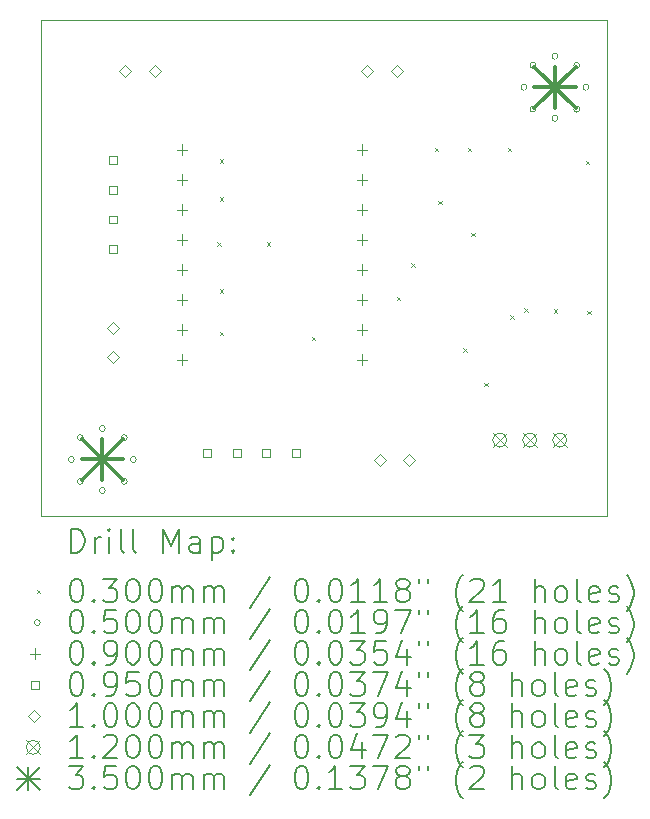
<source format=gbr>
%TF.GenerationSoftware,KiCad,Pcbnew,9.0.2-9.0.2-0~ubuntu24.04.1*%
%TF.CreationDate,2025-05-09T21:26:21+01:00*%
%TF.ProjectId,can-bus-kicad,63616e2d-6275-4732-9d6b-696361642e6b,rev?*%
%TF.SameCoordinates,Original*%
%TF.FileFunction,Drillmap*%
%TF.FilePolarity,Positive*%
%FSLAX45Y45*%
G04 Gerber Fmt 4.5, Leading zero omitted, Abs format (unit mm)*
G04 Created by KiCad (PCBNEW 9.0.2-9.0.2-0~ubuntu24.04.1) date 2025-05-09 21:26:21*
%MOMM*%
%LPD*%
G01*
G04 APERTURE LIST*
%ADD10C,0.038100*%
%ADD11C,0.200000*%
%ADD12C,0.100000*%
%ADD13C,0.120000*%
%ADD14C,0.350000*%
G04 APERTURE END LIST*
D10*
X9508000Y-6840000D02*
X14308000Y-6840000D01*
X14308000Y-11040000D01*
X9508000Y-11040000D01*
X9508000Y-6840000D01*
D11*
D12*
X11005000Y-8725000D02*
X11035000Y-8755000D01*
X11035000Y-8725000D02*
X11005000Y-8755000D01*
X11025000Y-8025000D02*
X11055000Y-8055000D01*
X11055000Y-8025000D02*
X11025000Y-8055000D01*
X11025000Y-8345000D02*
X11055000Y-8375000D01*
X11055000Y-8345000D02*
X11025000Y-8375000D01*
X11025000Y-9125000D02*
X11055000Y-9155000D01*
X11055000Y-9125000D02*
X11025000Y-9155000D01*
X11025000Y-9485000D02*
X11055000Y-9515000D01*
X11055000Y-9485000D02*
X11025000Y-9515000D01*
X11425000Y-8725000D02*
X11455000Y-8755000D01*
X11455000Y-8725000D02*
X11425000Y-8755000D01*
X11805000Y-9525000D02*
X11835000Y-9555000D01*
X11835000Y-9525000D02*
X11805000Y-9555000D01*
X12525000Y-9185000D02*
X12555000Y-9215000D01*
X12555000Y-9185000D02*
X12525000Y-9215000D01*
X12645000Y-8905000D02*
X12675000Y-8935000D01*
X12675000Y-8905000D02*
X12645000Y-8935000D01*
X12845000Y-7925000D02*
X12875000Y-7955000D01*
X12875000Y-7925000D02*
X12845000Y-7955000D01*
X12875000Y-8375000D02*
X12905000Y-8405000D01*
X12905000Y-8375000D02*
X12875000Y-8405000D01*
X13085000Y-9625000D02*
X13115000Y-9655000D01*
X13115000Y-9625000D02*
X13085000Y-9655000D01*
X13125000Y-7925000D02*
X13155000Y-7955000D01*
X13155000Y-7925000D02*
X13125000Y-7955000D01*
X13155000Y-8645000D02*
X13185000Y-8675000D01*
X13185000Y-8645000D02*
X13155000Y-8675000D01*
X13265000Y-9915000D02*
X13295000Y-9945000D01*
X13295000Y-9915000D02*
X13265000Y-9945000D01*
X13465000Y-7925000D02*
X13495000Y-7955000D01*
X13495000Y-7925000D02*
X13465000Y-7955000D01*
X13485000Y-9345000D02*
X13515000Y-9375000D01*
X13515000Y-9345000D02*
X13485000Y-9375000D01*
X13605000Y-9285000D02*
X13635000Y-9315000D01*
X13635000Y-9285000D02*
X13605000Y-9315000D01*
X13855000Y-9295000D02*
X13885000Y-9325000D01*
X13885000Y-9295000D02*
X13855000Y-9325000D01*
X14125000Y-8035000D02*
X14155000Y-8065000D01*
X14155000Y-8035000D02*
X14125000Y-8065000D01*
X14135000Y-9305000D02*
X14165000Y-9335000D01*
X14165000Y-9305000D02*
X14135000Y-9335000D01*
X9794000Y-10565000D02*
G75*
G02*
X9744000Y-10565000I-25000J0D01*
G01*
X9744000Y-10565000D02*
G75*
G02*
X9794000Y-10565000I25000J0D01*
G01*
X9870885Y-10379385D02*
G75*
G02*
X9820885Y-10379385I-25000J0D01*
G01*
X9820885Y-10379385D02*
G75*
G02*
X9870885Y-10379385I25000J0D01*
G01*
X9870885Y-10750616D02*
G75*
G02*
X9820885Y-10750616I-25000J0D01*
G01*
X9820885Y-10750616D02*
G75*
G02*
X9870885Y-10750616I25000J0D01*
G01*
X10056500Y-10302500D02*
G75*
G02*
X10006500Y-10302500I-25000J0D01*
G01*
X10006500Y-10302500D02*
G75*
G02*
X10056500Y-10302500I25000J0D01*
G01*
X10056500Y-10827500D02*
G75*
G02*
X10006500Y-10827500I-25000J0D01*
G01*
X10006500Y-10827500D02*
G75*
G02*
X10056500Y-10827500I25000J0D01*
G01*
X10242116Y-10379385D02*
G75*
G02*
X10192116Y-10379385I-25000J0D01*
G01*
X10192116Y-10379385D02*
G75*
G02*
X10242116Y-10379385I25000J0D01*
G01*
X10242116Y-10750616D02*
G75*
G02*
X10192116Y-10750616I-25000J0D01*
G01*
X10192116Y-10750616D02*
G75*
G02*
X10242116Y-10750616I25000J0D01*
G01*
X10319000Y-10565000D02*
G75*
G02*
X10269000Y-10565000I-25000J0D01*
G01*
X10269000Y-10565000D02*
G75*
G02*
X10319000Y-10565000I25000J0D01*
G01*
X13625500Y-7413500D02*
G75*
G02*
X13575500Y-7413500I-25000J0D01*
G01*
X13575500Y-7413500D02*
G75*
G02*
X13625500Y-7413500I25000J0D01*
G01*
X13702384Y-7227884D02*
G75*
G02*
X13652384Y-7227884I-25000J0D01*
G01*
X13652384Y-7227884D02*
G75*
G02*
X13702384Y-7227884I25000J0D01*
G01*
X13702384Y-7599115D02*
G75*
G02*
X13652384Y-7599115I-25000J0D01*
G01*
X13652384Y-7599115D02*
G75*
G02*
X13702384Y-7599115I25000J0D01*
G01*
X13888000Y-7151000D02*
G75*
G02*
X13838000Y-7151000I-25000J0D01*
G01*
X13838000Y-7151000D02*
G75*
G02*
X13888000Y-7151000I25000J0D01*
G01*
X13888000Y-7676000D02*
G75*
G02*
X13838000Y-7676000I-25000J0D01*
G01*
X13838000Y-7676000D02*
G75*
G02*
X13888000Y-7676000I25000J0D01*
G01*
X14073615Y-7227884D02*
G75*
G02*
X14023615Y-7227884I-25000J0D01*
G01*
X14023615Y-7227884D02*
G75*
G02*
X14073615Y-7227884I25000J0D01*
G01*
X14073615Y-7599115D02*
G75*
G02*
X14023615Y-7599115I-25000J0D01*
G01*
X14023615Y-7599115D02*
G75*
G02*
X14073615Y-7599115I25000J0D01*
G01*
X14150500Y-7413500D02*
G75*
G02*
X14100500Y-7413500I-25000J0D01*
G01*
X14100500Y-7413500D02*
G75*
G02*
X14150500Y-7413500I25000J0D01*
G01*
X10706000Y-7896000D02*
X10706000Y-7986000D01*
X10661000Y-7941000D02*
X10751000Y-7941000D01*
X10706000Y-8150000D02*
X10706000Y-8240000D01*
X10661000Y-8195000D02*
X10751000Y-8195000D01*
X10706000Y-8404000D02*
X10706000Y-8494000D01*
X10661000Y-8449000D02*
X10751000Y-8449000D01*
X10706000Y-8658000D02*
X10706000Y-8748000D01*
X10661000Y-8703000D02*
X10751000Y-8703000D01*
X10706000Y-8912000D02*
X10706000Y-9002000D01*
X10661000Y-8957000D02*
X10751000Y-8957000D01*
X10706000Y-9166000D02*
X10706000Y-9256000D01*
X10661000Y-9211000D02*
X10751000Y-9211000D01*
X10706000Y-9420000D02*
X10706000Y-9510000D01*
X10661000Y-9465000D02*
X10751000Y-9465000D01*
X10706000Y-9674000D02*
X10706000Y-9764000D01*
X10661000Y-9719000D02*
X10751000Y-9719000D01*
X12230000Y-7896000D02*
X12230000Y-7986000D01*
X12185000Y-7941000D02*
X12275000Y-7941000D01*
X12230000Y-8150000D02*
X12230000Y-8240000D01*
X12185000Y-8195000D02*
X12275000Y-8195000D01*
X12230000Y-8404000D02*
X12230000Y-8494000D01*
X12185000Y-8449000D02*
X12275000Y-8449000D01*
X12230000Y-8658000D02*
X12230000Y-8748000D01*
X12185000Y-8703000D02*
X12275000Y-8703000D01*
X12230000Y-8912000D02*
X12230000Y-9002000D01*
X12185000Y-8957000D02*
X12275000Y-8957000D01*
X12230000Y-9166000D02*
X12230000Y-9256000D01*
X12185000Y-9211000D02*
X12275000Y-9211000D01*
X12230000Y-9420000D02*
X12230000Y-9510000D01*
X12185000Y-9465000D02*
X12275000Y-9465000D01*
X12230000Y-9674000D02*
X12230000Y-9764000D01*
X12185000Y-9719000D02*
X12275000Y-9719000D01*
X10154588Y-8066588D02*
X10154588Y-7999412D01*
X10087412Y-7999412D01*
X10087412Y-8066588D01*
X10154588Y-8066588D01*
X10154588Y-8316588D02*
X10154588Y-8249412D01*
X10087412Y-8249412D01*
X10087412Y-8316588D01*
X10154588Y-8316588D01*
X10154588Y-8566588D02*
X10154588Y-8499412D01*
X10087412Y-8499412D01*
X10087412Y-8566588D01*
X10154588Y-8566588D01*
X10154588Y-8816588D02*
X10154588Y-8749412D01*
X10087412Y-8749412D01*
X10087412Y-8816588D01*
X10154588Y-8816588D01*
X10953588Y-10543588D02*
X10953588Y-10476412D01*
X10886412Y-10476412D01*
X10886412Y-10543588D01*
X10953588Y-10543588D01*
X11203588Y-10543588D02*
X11203588Y-10476412D01*
X11136412Y-10476412D01*
X11136412Y-10543588D01*
X11203588Y-10543588D01*
X11453588Y-10543588D02*
X11453588Y-10476412D01*
X11386412Y-10476412D01*
X11386412Y-10543588D01*
X11453588Y-10543588D01*
X11703588Y-10543588D02*
X11703588Y-10476412D01*
X11636412Y-10476412D01*
X11636412Y-10543588D01*
X11703588Y-10543588D01*
X10125000Y-9500000D02*
X10175000Y-9450000D01*
X10125000Y-9400000D01*
X10075000Y-9450000D01*
X10125000Y-9500000D01*
X10125000Y-9750000D02*
X10175000Y-9700000D01*
X10125000Y-9650000D01*
X10075000Y-9700000D01*
X10125000Y-9750000D01*
X10225000Y-7325000D02*
X10275000Y-7275000D01*
X10225000Y-7225000D01*
X10175000Y-7275000D01*
X10225000Y-7325000D01*
X10475000Y-7325000D02*
X10525000Y-7275000D01*
X10475000Y-7225000D01*
X10425000Y-7275000D01*
X10475000Y-7325000D01*
X12275000Y-7325000D02*
X12325000Y-7275000D01*
X12275000Y-7225000D01*
X12225000Y-7275000D01*
X12275000Y-7325000D01*
X12380000Y-10620000D02*
X12430000Y-10570000D01*
X12380000Y-10520000D01*
X12330000Y-10570000D01*
X12380000Y-10620000D01*
X12525000Y-7325000D02*
X12575000Y-7275000D01*
X12525000Y-7225000D01*
X12475000Y-7275000D01*
X12525000Y-7325000D01*
X12630000Y-10620000D02*
X12680000Y-10570000D01*
X12630000Y-10520000D01*
X12580000Y-10570000D01*
X12630000Y-10620000D01*
D13*
X13336000Y-10340000D02*
X13456000Y-10460000D01*
X13456000Y-10340000D02*
X13336000Y-10460000D01*
X13456000Y-10400000D02*
G75*
G02*
X13336000Y-10400000I-60000J0D01*
G01*
X13336000Y-10400000D02*
G75*
G02*
X13456000Y-10400000I60000J0D01*
G01*
X13590000Y-10340000D02*
X13710000Y-10460000D01*
X13710000Y-10340000D02*
X13590000Y-10460000D01*
X13710000Y-10400000D02*
G75*
G02*
X13590000Y-10400000I-60000J0D01*
G01*
X13590000Y-10400000D02*
G75*
G02*
X13710000Y-10400000I60000J0D01*
G01*
X13844000Y-10340000D02*
X13964000Y-10460000D01*
X13964000Y-10340000D02*
X13844000Y-10460000D01*
X13964000Y-10400000D02*
G75*
G02*
X13844000Y-10400000I-60000J0D01*
G01*
X13844000Y-10400000D02*
G75*
G02*
X13964000Y-10400000I60000J0D01*
G01*
D14*
X9856500Y-10390000D02*
X10206500Y-10740000D01*
X10206500Y-10390000D02*
X9856500Y-10740000D01*
X10031500Y-10390000D02*
X10031500Y-10740000D01*
X9856500Y-10565000D02*
X10206500Y-10565000D01*
X13688000Y-7238500D02*
X14038000Y-7588500D01*
X14038000Y-7238500D02*
X13688000Y-7588500D01*
X13863000Y-7238500D02*
X13863000Y-7588500D01*
X13688000Y-7413500D02*
X14038000Y-7413500D01*
D11*
X9766872Y-11353389D02*
X9766872Y-11153389D01*
X9766872Y-11153389D02*
X9814491Y-11153389D01*
X9814491Y-11153389D02*
X9843062Y-11162913D01*
X9843062Y-11162913D02*
X9862110Y-11181960D01*
X9862110Y-11181960D02*
X9871634Y-11201008D01*
X9871634Y-11201008D02*
X9881158Y-11239103D01*
X9881158Y-11239103D02*
X9881158Y-11267674D01*
X9881158Y-11267674D02*
X9871634Y-11305770D01*
X9871634Y-11305770D02*
X9862110Y-11324817D01*
X9862110Y-11324817D02*
X9843062Y-11343865D01*
X9843062Y-11343865D02*
X9814491Y-11353389D01*
X9814491Y-11353389D02*
X9766872Y-11353389D01*
X9966872Y-11353389D02*
X9966872Y-11220055D01*
X9966872Y-11258151D02*
X9976396Y-11239103D01*
X9976396Y-11239103D02*
X9985919Y-11229579D01*
X9985919Y-11229579D02*
X10004967Y-11220055D01*
X10004967Y-11220055D02*
X10024015Y-11220055D01*
X10090681Y-11353389D02*
X10090681Y-11220055D01*
X10090681Y-11153389D02*
X10081158Y-11162913D01*
X10081158Y-11162913D02*
X10090681Y-11172436D01*
X10090681Y-11172436D02*
X10100205Y-11162913D01*
X10100205Y-11162913D02*
X10090681Y-11153389D01*
X10090681Y-11153389D02*
X10090681Y-11172436D01*
X10214491Y-11353389D02*
X10195443Y-11343865D01*
X10195443Y-11343865D02*
X10185919Y-11324817D01*
X10185919Y-11324817D02*
X10185919Y-11153389D01*
X10319253Y-11353389D02*
X10300205Y-11343865D01*
X10300205Y-11343865D02*
X10290681Y-11324817D01*
X10290681Y-11324817D02*
X10290681Y-11153389D01*
X10547824Y-11353389D02*
X10547824Y-11153389D01*
X10547824Y-11153389D02*
X10614491Y-11296246D01*
X10614491Y-11296246D02*
X10681158Y-11153389D01*
X10681158Y-11153389D02*
X10681158Y-11353389D01*
X10862110Y-11353389D02*
X10862110Y-11248627D01*
X10862110Y-11248627D02*
X10852586Y-11229579D01*
X10852586Y-11229579D02*
X10833539Y-11220055D01*
X10833539Y-11220055D02*
X10795443Y-11220055D01*
X10795443Y-11220055D02*
X10776396Y-11229579D01*
X10862110Y-11343865D02*
X10843062Y-11353389D01*
X10843062Y-11353389D02*
X10795443Y-11353389D01*
X10795443Y-11353389D02*
X10776396Y-11343865D01*
X10776396Y-11343865D02*
X10766872Y-11324817D01*
X10766872Y-11324817D02*
X10766872Y-11305770D01*
X10766872Y-11305770D02*
X10776396Y-11286722D01*
X10776396Y-11286722D02*
X10795443Y-11277198D01*
X10795443Y-11277198D02*
X10843062Y-11277198D01*
X10843062Y-11277198D02*
X10862110Y-11267674D01*
X10957348Y-11220055D02*
X10957348Y-11420055D01*
X10957348Y-11229579D02*
X10976396Y-11220055D01*
X10976396Y-11220055D02*
X11014491Y-11220055D01*
X11014491Y-11220055D02*
X11033539Y-11229579D01*
X11033539Y-11229579D02*
X11043062Y-11239103D01*
X11043062Y-11239103D02*
X11052586Y-11258151D01*
X11052586Y-11258151D02*
X11052586Y-11315293D01*
X11052586Y-11315293D02*
X11043062Y-11334341D01*
X11043062Y-11334341D02*
X11033539Y-11343865D01*
X11033539Y-11343865D02*
X11014491Y-11353389D01*
X11014491Y-11353389D02*
X10976396Y-11353389D01*
X10976396Y-11353389D02*
X10957348Y-11343865D01*
X11138300Y-11334341D02*
X11147824Y-11343865D01*
X11147824Y-11343865D02*
X11138300Y-11353389D01*
X11138300Y-11353389D02*
X11128777Y-11343865D01*
X11128777Y-11343865D02*
X11138300Y-11334341D01*
X11138300Y-11334341D02*
X11138300Y-11353389D01*
X11138300Y-11229579D02*
X11147824Y-11239103D01*
X11147824Y-11239103D02*
X11138300Y-11248627D01*
X11138300Y-11248627D02*
X11128777Y-11239103D01*
X11128777Y-11239103D02*
X11138300Y-11229579D01*
X11138300Y-11229579D02*
X11138300Y-11248627D01*
D12*
X9476095Y-11666905D02*
X9506095Y-11696905D01*
X9506095Y-11666905D02*
X9476095Y-11696905D01*
D11*
X9804967Y-11573389D02*
X9824015Y-11573389D01*
X9824015Y-11573389D02*
X9843062Y-11582913D01*
X9843062Y-11582913D02*
X9852586Y-11592436D01*
X9852586Y-11592436D02*
X9862110Y-11611484D01*
X9862110Y-11611484D02*
X9871634Y-11649579D01*
X9871634Y-11649579D02*
X9871634Y-11697198D01*
X9871634Y-11697198D02*
X9862110Y-11735293D01*
X9862110Y-11735293D02*
X9852586Y-11754341D01*
X9852586Y-11754341D02*
X9843062Y-11763865D01*
X9843062Y-11763865D02*
X9824015Y-11773389D01*
X9824015Y-11773389D02*
X9804967Y-11773389D01*
X9804967Y-11773389D02*
X9785919Y-11763865D01*
X9785919Y-11763865D02*
X9776396Y-11754341D01*
X9776396Y-11754341D02*
X9766872Y-11735293D01*
X9766872Y-11735293D02*
X9757348Y-11697198D01*
X9757348Y-11697198D02*
X9757348Y-11649579D01*
X9757348Y-11649579D02*
X9766872Y-11611484D01*
X9766872Y-11611484D02*
X9776396Y-11592436D01*
X9776396Y-11592436D02*
X9785919Y-11582913D01*
X9785919Y-11582913D02*
X9804967Y-11573389D01*
X9957348Y-11754341D02*
X9966872Y-11763865D01*
X9966872Y-11763865D02*
X9957348Y-11773389D01*
X9957348Y-11773389D02*
X9947824Y-11763865D01*
X9947824Y-11763865D02*
X9957348Y-11754341D01*
X9957348Y-11754341D02*
X9957348Y-11773389D01*
X10033539Y-11573389D02*
X10157348Y-11573389D01*
X10157348Y-11573389D02*
X10090681Y-11649579D01*
X10090681Y-11649579D02*
X10119253Y-11649579D01*
X10119253Y-11649579D02*
X10138300Y-11659103D01*
X10138300Y-11659103D02*
X10147824Y-11668627D01*
X10147824Y-11668627D02*
X10157348Y-11687674D01*
X10157348Y-11687674D02*
X10157348Y-11735293D01*
X10157348Y-11735293D02*
X10147824Y-11754341D01*
X10147824Y-11754341D02*
X10138300Y-11763865D01*
X10138300Y-11763865D02*
X10119253Y-11773389D01*
X10119253Y-11773389D02*
X10062110Y-11773389D01*
X10062110Y-11773389D02*
X10043062Y-11763865D01*
X10043062Y-11763865D02*
X10033539Y-11754341D01*
X10281158Y-11573389D02*
X10300205Y-11573389D01*
X10300205Y-11573389D02*
X10319253Y-11582913D01*
X10319253Y-11582913D02*
X10328777Y-11592436D01*
X10328777Y-11592436D02*
X10338300Y-11611484D01*
X10338300Y-11611484D02*
X10347824Y-11649579D01*
X10347824Y-11649579D02*
X10347824Y-11697198D01*
X10347824Y-11697198D02*
X10338300Y-11735293D01*
X10338300Y-11735293D02*
X10328777Y-11754341D01*
X10328777Y-11754341D02*
X10319253Y-11763865D01*
X10319253Y-11763865D02*
X10300205Y-11773389D01*
X10300205Y-11773389D02*
X10281158Y-11773389D01*
X10281158Y-11773389D02*
X10262110Y-11763865D01*
X10262110Y-11763865D02*
X10252586Y-11754341D01*
X10252586Y-11754341D02*
X10243062Y-11735293D01*
X10243062Y-11735293D02*
X10233539Y-11697198D01*
X10233539Y-11697198D02*
X10233539Y-11649579D01*
X10233539Y-11649579D02*
X10243062Y-11611484D01*
X10243062Y-11611484D02*
X10252586Y-11592436D01*
X10252586Y-11592436D02*
X10262110Y-11582913D01*
X10262110Y-11582913D02*
X10281158Y-11573389D01*
X10471634Y-11573389D02*
X10490681Y-11573389D01*
X10490681Y-11573389D02*
X10509729Y-11582913D01*
X10509729Y-11582913D02*
X10519253Y-11592436D01*
X10519253Y-11592436D02*
X10528777Y-11611484D01*
X10528777Y-11611484D02*
X10538300Y-11649579D01*
X10538300Y-11649579D02*
X10538300Y-11697198D01*
X10538300Y-11697198D02*
X10528777Y-11735293D01*
X10528777Y-11735293D02*
X10519253Y-11754341D01*
X10519253Y-11754341D02*
X10509729Y-11763865D01*
X10509729Y-11763865D02*
X10490681Y-11773389D01*
X10490681Y-11773389D02*
X10471634Y-11773389D01*
X10471634Y-11773389D02*
X10452586Y-11763865D01*
X10452586Y-11763865D02*
X10443062Y-11754341D01*
X10443062Y-11754341D02*
X10433539Y-11735293D01*
X10433539Y-11735293D02*
X10424015Y-11697198D01*
X10424015Y-11697198D02*
X10424015Y-11649579D01*
X10424015Y-11649579D02*
X10433539Y-11611484D01*
X10433539Y-11611484D02*
X10443062Y-11592436D01*
X10443062Y-11592436D02*
X10452586Y-11582913D01*
X10452586Y-11582913D02*
X10471634Y-11573389D01*
X10624015Y-11773389D02*
X10624015Y-11640055D01*
X10624015Y-11659103D02*
X10633539Y-11649579D01*
X10633539Y-11649579D02*
X10652586Y-11640055D01*
X10652586Y-11640055D02*
X10681158Y-11640055D01*
X10681158Y-11640055D02*
X10700205Y-11649579D01*
X10700205Y-11649579D02*
X10709729Y-11668627D01*
X10709729Y-11668627D02*
X10709729Y-11773389D01*
X10709729Y-11668627D02*
X10719253Y-11649579D01*
X10719253Y-11649579D02*
X10738300Y-11640055D01*
X10738300Y-11640055D02*
X10766872Y-11640055D01*
X10766872Y-11640055D02*
X10785920Y-11649579D01*
X10785920Y-11649579D02*
X10795443Y-11668627D01*
X10795443Y-11668627D02*
X10795443Y-11773389D01*
X10890681Y-11773389D02*
X10890681Y-11640055D01*
X10890681Y-11659103D02*
X10900205Y-11649579D01*
X10900205Y-11649579D02*
X10919253Y-11640055D01*
X10919253Y-11640055D02*
X10947824Y-11640055D01*
X10947824Y-11640055D02*
X10966872Y-11649579D01*
X10966872Y-11649579D02*
X10976396Y-11668627D01*
X10976396Y-11668627D02*
X10976396Y-11773389D01*
X10976396Y-11668627D02*
X10985920Y-11649579D01*
X10985920Y-11649579D02*
X11004967Y-11640055D01*
X11004967Y-11640055D02*
X11033539Y-11640055D01*
X11033539Y-11640055D02*
X11052586Y-11649579D01*
X11052586Y-11649579D02*
X11062110Y-11668627D01*
X11062110Y-11668627D02*
X11062110Y-11773389D01*
X11452586Y-11563865D02*
X11281158Y-11821008D01*
X11709729Y-11573389D02*
X11728777Y-11573389D01*
X11728777Y-11573389D02*
X11747824Y-11582913D01*
X11747824Y-11582913D02*
X11757348Y-11592436D01*
X11757348Y-11592436D02*
X11766872Y-11611484D01*
X11766872Y-11611484D02*
X11776396Y-11649579D01*
X11776396Y-11649579D02*
X11776396Y-11697198D01*
X11776396Y-11697198D02*
X11766872Y-11735293D01*
X11766872Y-11735293D02*
X11757348Y-11754341D01*
X11757348Y-11754341D02*
X11747824Y-11763865D01*
X11747824Y-11763865D02*
X11728777Y-11773389D01*
X11728777Y-11773389D02*
X11709729Y-11773389D01*
X11709729Y-11773389D02*
X11690681Y-11763865D01*
X11690681Y-11763865D02*
X11681158Y-11754341D01*
X11681158Y-11754341D02*
X11671634Y-11735293D01*
X11671634Y-11735293D02*
X11662110Y-11697198D01*
X11662110Y-11697198D02*
X11662110Y-11649579D01*
X11662110Y-11649579D02*
X11671634Y-11611484D01*
X11671634Y-11611484D02*
X11681158Y-11592436D01*
X11681158Y-11592436D02*
X11690681Y-11582913D01*
X11690681Y-11582913D02*
X11709729Y-11573389D01*
X11862110Y-11754341D02*
X11871634Y-11763865D01*
X11871634Y-11763865D02*
X11862110Y-11773389D01*
X11862110Y-11773389D02*
X11852586Y-11763865D01*
X11852586Y-11763865D02*
X11862110Y-11754341D01*
X11862110Y-11754341D02*
X11862110Y-11773389D01*
X11995443Y-11573389D02*
X12014491Y-11573389D01*
X12014491Y-11573389D02*
X12033539Y-11582913D01*
X12033539Y-11582913D02*
X12043062Y-11592436D01*
X12043062Y-11592436D02*
X12052586Y-11611484D01*
X12052586Y-11611484D02*
X12062110Y-11649579D01*
X12062110Y-11649579D02*
X12062110Y-11697198D01*
X12062110Y-11697198D02*
X12052586Y-11735293D01*
X12052586Y-11735293D02*
X12043062Y-11754341D01*
X12043062Y-11754341D02*
X12033539Y-11763865D01*
X12033539Y-11763865D02*
X12014491Y-11773389D01*
X12014491Y-11773389D02*
X11995443Y-11773389D01*
X11995443Y-11773389D02*
X11976396Y-11763865D01*
X11976396Y-11763865D02*
X11966872Y-11754341D01*
X11966872Y-11754341D02*
X11957348Y-11735293D01*
X11957348Y-11735293D02*
X11947824Y-11697198D01*
X11947824Y-11697198D02*
X11947824Y-11649579D01*
X11947824Y-11649579D02*
X11957348Y-11611484D01*
X11957348Y-11611484D02*
X11966872Y-11592436D01*
X11966872Y-11592436D02*
X11976396Y-11582913D01*
X11976396Y-11582913D02*
X11995443Y-11573389D01*
X12252586Y-11773389D02*
X12138301Y-11773389D01*
X12195443Y-11773389D02*
X12195443Y-11573389D01*
X12195443Y-11573389D02*
X12176396Y-11601960D01*
X12176396Y-11601960D02*
X12157348Y-11621008D01*
X12157348Y-11621008D02*
X12138301Y-11630532D01*
X12443062Y-11773389D02*
X12328777Y-11773389D01*
X12385920Y-11773389D02*
X12385920Y-11573389D01*
X12385920Y-11573389D02*
X12366872Y-11601960D01*
X12366872Y-11601960D02*
X12347824Y-11621008D01*
X12347824Y-11621008D02*
X12328777Y-11630532D01*
X12557348Y-11659103D02*
X12538301Y-11649579D01*
X12538301Y-11649579D02*
X12528777Y-11640055D01*
X12528777Y-11640055D02*
X12519253Y-11621008D01*
X12519253Y-11621008D02*
X12519253Y-11611484D01*
X12519253Y-11611484D02*
X12528777Y-11592436D01*
X12528777Y-11592436D02*
X12538301Y-11582913D01*
X12538301Y-11582913D02*
X12557348Y-11573389D01*
X12557348Y-11573389D02*
X12595443Y-11573389D01*
X12595443Y-11573389D02*
X12614491Y-11582913D01*
X12614491Y-11582913D02*
X12624015Y-11592436D01*
X12624015Y-11592436D02*
X12633539Y-11611484D01*
X12633539Y-11611484D02*
X12633539Y-11621008D01*
X12633539Y-11621008D02*
X12624015Y-11640055D01*
X12624015Y-11640055D02*
X12614491Y-11649579D01*
X12614491Y-11649579D02*
X12595443Y-11659103D01*
X12595443Y-11659103D02*
X12557348Y-11659103D01*
X12557348Y-11659103D02*
X12538301Y-11668627D01*
X12538301Y-11668627D02*
X12528777Y-11678151D01*
X12528777Y-11678151D02*
X12519253Y-11697198D01*
X12519253Y-11697198D02*
X12519253Y-11735293D01*
X12519253Y-11735293D02*
X12528777Y-11754341D01*
X12528777Y-11754341D02*
X12538301Y-11763865D01*
X12538301Y-11763865D02*
X12557348Y-11773389D01*
X12557348Y-11773389D02*
X12595443Y-11773389D01*
X12595443Y-11773389D02*
X12614491Y-11763865D01*
X12614491Y-11763865D02*
X12624015Y-11754341D01*
X12624015Y-11754341D02*
X12633539Y-11735293D01*
X12633539Y-11735293D02*
X12633539Y-11697198D01*
X12633539Y-11697198D02*
X12624015Y-11678151D01*
X12624015Y-11678151D02*
X12614491Y-11668627D01*
X12614491Y-11668627D02*
X12595443Y-11659103D01*
X12709729Y-11573389D02*
X12709729Y-11611484D01*
X12785920Y-11573389D02*
X12785920Y-11611484D01*
X13081158Y-11849579D02*
X13071634Y-11840055D01*
X13071634Y-11840055D02*
X13052586Y-11811484D01*
X13052586Y-11811484D02*
X13043063Y-11792436D01*
X13043063Y-11792436D02*
X13033539Y-11763865D01*
X13033539Y-11763865D02*
X13024015Y-11716246D01*
X13024015Y-11716246D02*
X13024015Y-11678151D01*
X13024015Y-11678151D02*
X13033539Y-11630532D01*
X13033539Y-11630532D02*
X13043063Y-11601960D01*
X13043063Y-11601960D02*
X13052586Y-11582913D01*
X13052586Y-11582913D02*
X13071634Y-11554341D01*
X13071634Y-11554341D02*
X13081158Y-11544817D01*
X13147824Y-11592436D02*
X13157348Y-11582913D01*
X13157348Y-11582913D02*
X13176396Y-11573389D01*
X13176396Y-11573389D02*
X13224015Y-11573389D01*
X13224015Y-11573389D02*
X13243063Y-11582913D01*
X13243063Y-11582913D02*
X13252586Y-11592436D01*
X13252586Y-11592436D02*
X13262110Y-11611484D01*
X13262110Y-11611484D02*
X13262110Y-11630532D01*
X13262110Y-11630532D02*
X13252586Y-11659103D01*
X13252586Y-11659103D02*
X13138301Y-11773389D01*
X13138301Y-11773389D02*
X13262110Y-11773389D01*
X13452586Y-11773389D02*
X13338301Y-11773389D01*
X13395443Y-11773389D02*
X13395443Y-11573389D01*
X13395443Y-11573389D02*
X13376396Y-11601960D01*
X13376396Y-11601960D02*
X13357348Y-11621008D01*
X13357348Y-11621008D02*
X13338301Y-11630532D01*
X13690682Y-11773389D02*
X13690682Y-11573389D01*
X13776396Y-11773389D02*
X13776396Y-11668627D01*
X13776396Y-11668627D02*
X13766872Y-11649579D01*
X13766872Y-11649579D02*
X13747825Y-11640055D01*
X13747825Y-11640055D02*
X13719253Y-11640055D01*
X13719253Y-11640055D02*
X13700205Y-11649579D01*
X13700205Y-11649579D02*
X13690682Y-11659103D01*
X13900205Y-11773389D02*
X13881158Y-11763865D01*
X13881158Y-11763865D02*
X13871634Y-11754341D01*
X13871634Y-11754341D02*
X13862110Y-11735293D01*
X13862110Y-11735293D02*
X13862110Y-11678151D01*
X13862110Y-11678151D02*
X13871634Y-11659103D01*
X13871634Y-11659103D02*
X13881158Y-11649579D01*
X13881158Y-11649579D02*
X13900205Y-11640055D01*
X13900205Y-11640055D02*
X13928777Y-11640055D01*
X13928777Y-11640055D02*
X13947825Y-11649579D01*
X13947825Y-11649579D02*
X13957348Y-11659103D01*
X13957348Y-11659103D02*
X13966872Y-11678151D01*
X13966872Y-11678151D02*
X13966872Y-11735293D01*
X13966872Y-11735293D02*
X13957348Y-11754341D01*
X13957348Y-11754341D02*
X13947825Y-11763865D01*
X13947825Y-11763865D02*
X13928777Y-11773389D01*
X13928777Y-11773389D02*
X13900205Y-11773389D01*
X14081158Y-11773389D02*
X14062110Y-11763865D01*
X14062110Y-11763865D02*
X14052586Y-11744817D01*
X14052586Y-11744817D02*
X14052586Y-11573389D01*
X14233539Y-11763865D02*
X14214491Y-11773389D01*
X14214491Y-11773389D02*
X14176396Y-11773389D01*
X14176396Y-11773389D02*
X14157348Y-11763865D01*
X14157348Y-11763865D02*
X14147825Y-11744817D01*
X14147825Y-11744817D02*
X14147825Y-11668627D01*
X14147825Y-11668627D02*
X14157348Y-11649579D01*
X14157348Y-11649579D02*
X14176396Y-11640055D01*
X14176396Y-11640055D02*
X14214491Y-11640055D01*
X14214491Y-11640055D02*
X14233539Y-11649579D01*
X14233539Y-11649579D02*
X14243063Y-11668627D01*
X14243063Y-11668627D02*
X14243063Y-11687674D01*
X14243063Y-11687674D02*
X14147825Y-11706722D01*
X14319253Y-11763865D02*
X14338301Y-11773389D01*
X14338301Y-11773389D02*
X14376396Y-11773389D01*
X14376396Y-11773389D02*
X14395444Y-11763865D01*
X14395444Y-11763865D02*
X14404967Y-11744817D01*
X14404967Y-11744817D02*
X14404967Y-11735293D01*
X14404967Y-11735293D02*
X14395444Y-11716246D01*
X14395444Y-11716246D02*
X14376396Y-11706722D01*
X14376396Y-11706722D02*
X14347825Y-11706722D01*
X14347825Y-11706722D02*
X14328777Y-11697198D01*
X14328777Y-11697198D02*
X14319253Y-11678151D01*
X14319253Y-11678151D02*
X14319253Y-11668627D01*
X14319253Y-11668627D02*
X14328777Y-11649579D01*
X14328777Y-11649579D02*
X14347825Y-11640055D01*
X14347825Y-11640055D02*
X14376396Y-11640055D01*
X14376396Y-11640055D02*
X14395444Y-11649579D01*
X14471634Y-11849579D02*
X14481158Y-11840055D01*
X14481158Y-11840055D02*
X14500206Y-11811484D01*
X14500206Y-11811484D02*
X14509729Y-11792436D01*
X14509729Y-11792436D02*
X14519253Y-11763865D01*
X14519253Y-11763865D02*
X14528777Y-11716246D01*
X14528777Y-11716246D02*
X14528777Y-11678151D01*
X14528777Y-11678151D02*
X14519253Y-11630532D01*
X14519253Y-11630532D02*
X14509729Y-11601960D01*
X14509729Y-11601960D02*
X14500206Y-11582913D01*
X14500206Y-11582913D02*
X14481158Y-11554341D01*
X14481158Y-11554341D02*
X14471634Y-11544817D01*
D12*
X9506095Y-11945905D02*
G75*
G02*
X9456095Y-11945905I-25000J0D01*
G01*
X9456095Y-11945905D02*
G75*
G02*
X9506095Y-11945905I25000J0D01*
G01*
D11*
X9804967Y-11837389D02*
X9824015Y-11837389D01*
X9824015Y-11837389D02*
X9843062Y-11846913D01*
X9843062Y-11846913D02*
X9852586Y-11856436D01*
X9852586Y-11856436D02*
X9862110Y-11875484D01*
X9862110Y-11875484D02*
X9871634Y-11913579D01*
X9871634Y-11913579D02*
X9871634Y-11961198D01*
X9871634Y-11961198D02*
X9862110Y-11999293D01*
X9862110Y-11999293D02*
X9852586Y-12018341D01*
X9852586Y-12018341D02*
X9843062Y-12027865D01*
X9843062Y-12027865D02*
X9824015Y-12037389D01*
X9824015Y-12037389D02*
X9804967Y-12037389D01*
X9804967Y-12037389D02*
X9785919Y-12027865D01*
X9785919Y-12027865D02*
X9776396Y-12018341D01*
X9776396Y-12018341D02*
X9766872Y-11999293D01*
X9766872Y-11999293D02*
X9757348Y-11961198D01*
X9757348Y-11961198D02*
X9757348Y-11913579D01*
X9757348Y-11913579D02*
X9766872Y-11875484D01*
X9766872Y-11875484D02*
X9776396Y-11856436D01*
X9776396Y-11856436D02*
X9785919Y-11846913D01*
X9785919Y-11846913D02*
X9804967Y-11837389D01*
X9957348Y-12018341D02*
X9966872Y-12027865D01*
X9966872Y-12027865D02*
X9957348Y-12037389D01*
X9957348Y-12037389D02*
X9947824Y-12027865D01*
X9947824Y-12027865D02*
X9957348Y-12018341D01*
X9957348Y-12018341D02*
X9957348Y-12037389D01*
X10147824Y-11837389D02*
X10052586Y-11837389D01*
X10052586Y-11837389D02*
X10043062Y-11932627D01*
X10043062Y-11932627D02*
X10052586Y-11923103D01*
X10052586Y-11923103D02*
X10071634Y-11913579D01*
X10071634Y-11913579D02*
X10119253Y-11913579D01*
X10119253Y-11913579D02*
X10138300Y-11923103D01*
X10138300Y-11923103D02*
X10147824Y-11932627D01*
X10147824Y-11932627D02*
X10157348Y-11951674D01*
X10157348Y-11951674D02*
X10157348Y-11999293D01*
X10157348Y-11999293D02*
X10147824Y-12018341D01*
X10147824Y-12018341D02*
X10138300Y-12027865D01*
X10138300Y-12027865D02*
X10119253Y-12037389D01*
X10119253Y-12037389D02*
X10071634Y-12037389D01*
X10071634Y-12037389D02*
X10052586Y-12027865D01*
X10052586Y-12027865D02*
X10043062Y-12018341D01*
X10281158Y-11837389D02*
X10300205Y-11837389D01*
X10300205Y-11837389D02*
X10319253Y-11846913D01*
X10319253Y-11846913D02*
X10328777Y-11856436D01*
X10328777Y-11856436D02*
X10338300Y-11875484D01*
X10338300Y-11875484D02*
X10347824Y-11913579D01*
X10347824Y-11913579D02*
X10347824Y-11961198D01*
X10347824Y-11961198D02*
X10338300Y-11999293D01*
X10338300Y-11999293D02*
X10328777Y-12018341D01*
X10328777Y-12018341D02*
X10319253Y-12027865D01*
X10319253Y-12027865D02*
X10300205Y-12037389D01*
X10300205Y-12037389D02*
X10281158Y-12037389D01*
X10281158Y-12037389D02*
X10262110Y-12027865D01*
X10262110Y-12027865D02*
X10252586Y-12018341D01*
X10252586Y-12018341D02*
X10243062Y-11999293D01*
X10243062Y-11999293D02*
X10233539Y-11961198D01*
X10233539Y-11961198D02*
X10233539Y-11913579D01*
X10233539Y-11913579D02*
X10243062Y-11875484D01*
X10243062Y-11875484D02*
X10252586Y-11856436D01*
X10252586Y-11856436D02*
X10262110Y-11846913D01*
X10262110Y-11846913D02*
X10281158Y-11837389D01*
X10471634Y-11837389D02*
X10490681Y-11837389D01*
X10490681Y-11837389D02*
X10509729Y-11846913D01*
X10509729Y-11846913D02*
X10519253Y-11856436D01*
X10519253Y-11856436D02*
X10528777Y-11875484D01*
X10528777Y-11875484D02*
X10538300Y-11913579D01*
X10538300Y-11913579D02*
X10538300Y-11961198D01*
X10538300Y-11961198D02*
X10528777Y-11999293D01*
X10528777Y-11999293D02*
X10519253Y-12018341D01*
X10519253Y-12018341D02*
X10509729Y-12027865D01*
X10509729Y-12027865D02*
X10490681Y-12037389D01*
X10490681Y-12037389D02*
X10471634Y-12037389D01*
X10471634Y-12037389D02*
X10452586Y-12027865D01*
X10452586Y-12027865D02*
X10443062Y-12018341D01*
X10443062Y-12018341D02*
X10433539Y-11999293D01*
X10433539Y-11999293D02*
X10424015Y-11961198D01*
X10424015Y-11961198D02*
X10424015Y-11913579D01*
X10424015Y-11913579D02*
X10433539Y-11875484D01*
X10433539Y-11875484D02*
X10443062Y-11856436D01*
X10443062Y-11856436D02*
X10452586Y-11846913D01*
X10452586Y-11846913D02*
X10471634Y-11837389D01*
X10624015Y-12037389D02*
X10624015Y-11904055D01*
X10624015Y-11923103D02*
X10633539Y-11913579D01*
X10633539Y-11913579D02*
X10652586Y-11904055D01*
X10652586Y-11904055D02*
X10681158Y-11904055D01*
X10681158Y-11904055D02*
X10700205Y-11913579D01*
X10700205Y-11913579D02*
X10709729Y-11932627D01*
X10709729Y-11932627D02*
X10709729Y-12037389D01*
X10709729Y-11932627D02*
X10719253Y-11913579D01*
X10719253Y-11913579D02*
X10738300Y-11904055D01*
X10738300Y-11904055D02*
X10766872Y-11904055D01*
X10766872Y-11904055D02*
X10785920Y-11913579D01*
X10785920Y-11913579D02*
X10795443Y-11932627D01*
X10795443Y-11932627D02*
X10795443Y-12037389D01*
X10890681Y-12037389D02*
X10890681Y-11904055D01*
X10890681Y-11923103D02*
X10900205Y-11913579D01*
X10900205Y-11913579D02*
X10919253Y-11904055D01*
X10919253Y-11904055D02*
X10947824Y-11904055D01*
X10947824Y-11904055D02*
X10966872Y-11913579D01*
X10966872Y-11913579D02*
X10976396Y-11932627D01*
X10976396Y-11932627D02*
X10976396Y-12037389D01*
X10976396Y-11932627D02*
X10985920Y-11913579D01*
X10985920Y-11913579D02*
X11004967Y-11904055D01*
X11004967Y-11904055D02*
X11033539Y-11904055D01*
X11033539Y-11904055D02*
X11052586Y-11913579D01*
X11052586Y-11913579D02*
X11062110Y-11932627D01*
X11062110Y-11932627D02*
X11062110Y-12037389D01*
X11452586Y-11827865D02*
X11281158Y-12085008D01*
X11709729Y-11837389D02*
X11728777Y-11837389D01*
X11728777Y-11837389D02*
X11747824Y-11846913D01*
X11747824Y-11846913D02*
X11757348Y-11856436D01*
X11757348Y-11856436D02*
X11766872Y-11875484D01*
X11766872Y-11875484D02*
X11776396Y-11913579D01*
X11776396Y-11913579D02*
X11776396Y-11961198D01*
X11776396Y-11961198D02*
X11766872Y-11999293D01*
X11766872Y-11999293D02*
X11757348Y-12018341D01*
X11757348Y-12018341D02*
X11747824Y-12027865D01*
X11747824Y-12027865D02*
X11728777Y-12037389D01*
X11728777Y-12037389D02*
X11709729Y-12037389D01*
X11709729Y-12037389D02*
X11690681Y-12027865D01*
X11690681Y-12027865D02*
X11681158Y-12018341D01*
X11681158Y-12018341D02*
X11671634Y-11999293D01*
X11671634Y-11999293D02*
X11662110Y-11961198D01*
X11662110Y-11961198D02*
X11662110Y-11913579D01*
X11662110Y-11913579D02*
X11671634Y-11875484D01*
X11671634Y-11875484D02*
X11681158Y-11856436D01*
X11681158Y-11856436D02*
X11690681Y-11846913D01*
X11690681Y-11846913D02*
X11709729Y-11837389D01*
X11862110Y-12018341D02*
X11871634Y-12027865D01*
X11871634Y-12027865D02*
X11862110Y-12037389D01*
X11862110Y-12037389D02*
X11852586Y-12027865D01*
X11852586Y-12027865D02*
X11862110Y-12018341D01*
X11862110Y-12018341D02*
X11862110Y-12037389D01*
X11995443Y-11837389D02*
X12014491Y-11837389D01*
X12014491Y-11837389D02*
X12033539Y-11846913D01*
X12033539Y-11846913D02*
X12043062Y-11856436D01*
X12043062Y-11856436D02*
X12052586Y-11875484D01*
X12052586Y-11875484D02*
X12062110Y-11913579D01*
X12062110Y-11913579D02*
X12062110Y-11961198D01*
X12062110Y-11961198D02*
X12052586Y-11999293D01*
X12052586Y-11999293D02*
X12043062Y-12018341D01*
X12043062Y-12018341D02*
X12033539Y-12027865D01*
X12033539Y-12027865D02*
X12014491Y-12037389D01*
X12014491Y-12037389D02*
X11995443Y-12037389D01*
X11995443Y-12037389D02*
X11976396Y-12027865D01*
X11976396Y-12027865D02*
X11966872Y-12018341D01*
X11966872Y-12018341D02*
X11957348Y-11999293D01*
X11957348Y-11999293D02*
X11947824Y-11961198D01*
X11947824Y-11961198D02*
X11947824Y-11913579D01*
X11947824Y-11913579D02*
X11957348Y-11875484D01*
X11957348Y-11875484D02*
X11966872Y-11856436D01*
X11966872Y-11856436D02*
X11976396Y-11846913D01*
X11976396Y-11846913D02*
X11995443Y-11837389D01*
X12252586Y-12037389D02*
X12138301Y-12037389D01*
X12195443Y-12037389D02*
X12195443Y-11837389D01*
X12195443Y-11837389D02*
X12176396Y-11865960D01*
X12176396Y-11865960D02*
X12157348Y-11885008D01*
X12157348Y-11885008D02*
X12138301Y-11894532D01*
X12347824Y-12037389D02*
X12385920Y-12037389D01*
X12385920Y-12037389D02*
X12404967Y-12027865D01*
X12404967Y-12027865D02*
X12414491Y-12018341D01*
X12414491Y-12018341D02*
X12433539Y-11989770D01*
X12433539Y-11989770D02*
X12443062Y-11951674D01*
X12443062Y-11951674D02*
X12443062Y-11875484D01*
X12443062Y-11875484D02*
X12433539Y-11856436D01*
X12433539Y-11856436D02*
X12424015Y-11846913D01*
X12424015Y-11846913D02*
X12404967Y-11837389D01*
X12404967Y-11837389D02*
X12366872Y-11837389D01*
X12366872Y-11837389D02*
X12347824Y-11846913D01*
X12347824Y-11846913D02*
X12338301Y-11856436D01*
X12338301Y-11856436D02*
X12328777Y-11875484D01*
X12328777Y-11875484D02*
X12328777Y-11923103D01*
X12328777Y-11923103D02*
X12338301Y-11942151D01*
X12338301Y-11942151D02*
X12347824Y-11951674D01*
X12347824Y-11951674D02*
X12366872Y-11961198D01*
X12366872Y-11961198D02*
X12404967Y-11961198D01*
X12404967Y-11961198D02*
X12424015Y-11951674D01*
X12424015Y-11951674D02*
X12433539Y-11942151D01*
X12433539Y-11942151D02*
X12443062Y-11923103D01*
X12509729Y-11837389D02*
X12643062Y-11837389D01*
X12643062Y-11837389D02*
X12557348Y-12037389D01*
X12709729Y-11837389D02*
X12709729Y-11875484D01*
X12785920Y-11837389D02*
X12785920Y-11875484D01*
X13081158Y-12113579D02*
X13071634Y-12104055D01*
X13071634Y-12104055D02*
X13052586Y-12075484D01*
X13052586Y-12075484D02*
X13043063Y-12056436D01*
X13043063Y-12056436D02*
X13033539Y-12027865D01*
X13033539Y-12027865D02*
X13024015Y-11980246D01*
X13024015Y-11980246D02*
X13024015Y-11942151D01*
X13024015Y-11942151D02*
X13033539Y-11894532D01*
X13033539Y-11894532D02*
X13043063Y-11865960D01*
X13043063Y-11865960D02*
X13052586Y-11846913D01*
X13052586Y-11846913D02*
X13071634Y-11818341D01*
X13071634Y-11818341D02*
X13081158Y-11808817D01*
X13262110Y-12037389D02*
X13147824Y-12037389D01*
X13204967Y-12037389D02*
X13204967Y-11837389D01*
X13204967Y-11837389D02*
X13185920Y-11865960D01*
X13185920Y-11865960D02*
X13166872Y-11885008D01*
X13166872Y-11885008D02*
X13147824Y-11894532D01*
X13433539Y-11837389D02*
X13395443Y-11837389D01*
X13395443Y-11837389D02*
X13376396Y-11846913D01*
X13376396Y-11846913D02*
X13366872Y-11856436D01*
X13366872Y-11856436D02*
X13347824Y-11885008D01*
X13347824Y-11885008D02*
X13338301Y-11923103D01*
X13338301Y-11923103D02*
X13338301Y-11999293D01*
X13338301Y-11999293D02*
X13347824Y-12018341D01*
X13347824Y-12018341D02*
X13357348Y-12027865D01*
X13357348Y-12027865D02*
X13376396Y-12037389D01*
X13376396Y-12037389D02*
X13414491Y-12037389D01*
X13414491Y-12037389D02*
X13433539Y-12027865D01*
X13433539Y-12027865D02*
X13443063Y-12018341D01*
X13443063Y-12018341D02*
X13452586Y-11999293D01*
X13452586Y-11999293D02*
X13452586Y-11951674D01*
X13452586Y-11951674D02*
X13443063Y-11932627D01*
X13443063Y-11932627D02*
X13433539Y-11923103D01*
X13433539Y-11923103D02*
X13414491Y-11913579D01*
X13414491Y-11913579D02*
X13376396Y-11913579D01*
X13376396Y-11913579D02*
X13357348Y-11923103D01*
X13357348Y-11923103D02*
X13347824Y-11932627D01*
X13347824Y-11932627D02*
X13338301Y-11951674D01*
X13690682Y-12037389D02*
X13690682Y-11837389D01*
X13776396Y-12037389D02*
X13776396Y-11932627D01*
X13776396Y-11932627D02*
X13766872Y-11913579D01*
X13766872Y-11913579D02*
X13747825Y-11904055D01*
X13747825Y-11904055D02*
X13719253Y-11904055D01*
X13719253Y-11904055D02*
X13700205Y-11913579D01*
X13700205Y-11913579D02*
X13690682Y-11923103D01*
X13900205Y-12037389D02*
X13881158Y-12027865D01*
X13881158Y-12027865D02*
X13871634Y-12018341D01*
X13871634Y-12018341D02*
X13862110Y-11999293D01*
X13862110Y-11999293D02*
X13862110Y-11942151D01*
X13862110Y-11942151D02*
X13871634Y-11923103D01*
X13871634Y-11923103D02*
X13881158Y-11913579D01*
X13881158Y-11913579D02*
X13900205Y-11904055D01*
X13900205Y-11904055D02*
X13928777Y-11904055D01*
X13928777Y-11904055D02*
X13947825Y-11913579D01*
X13947825Y-11913579D02*
X13957348Y-11923103D01*
X13957348Y-11923103D02*
X13966872Y-11942151D01*
X13966872Y-11942151D02*
X13966872Y-11999293D01*
X13966872Y-11999293D02*
X13957348Y-12018341D01*
X13957348Y-12018341D02*
X13947825Y-12027865D01*
X13947825Y-12027865D02*
X13928777Y-12037389D01*
X13928777Y-12037389D02*
X13900205Y-12037389D01*
X14081158Y-12037389D02*
X14062110Y-12027865D01*
X14062110Y-12027865D02*
X14052586Y-12008817D01*
X14052586Y-12008817D02*
X14052586Y-11837389D01*
X14233539Y-12027865D02*
X14214491Y-12037389D01*
X14214491Y-12037389D02*
X14176396Y-12037389D01*
X14176396Y-12037389D02*
X14157348Y-12027865D01*
X14157348Y-12027865D02*
X14147825Y-12008817D01*
X14147825Y-12008817D02*
X14147825Y-11932627D01*
X14147825Y-11932627D02*
X14157348Y-11913579D01*
X14157348Y-11913579D02*
X14176396Y-11904055D01*
X14176396Y-11904055D02*
X14214491Y-11904055D01*
X14214491Y-11904055D02*
X14233539Y-11913579D01*
X14233539Y-11913579D02*
X14243063Y-11932627D01*
X14243063Y-11932627D02*
X14243063Y-11951674D01*
X14243063Y-11951674D02*
X14147825Y-11970722D01*
X14319253Y-12027865D02*
X14338301Y-12037389D01*
X14338301Y-12037389D02*
X14376396Y-12037389D01*
X14376396Y-12037389D02*
X14395444Y-12027865D01*
X14395444Y-12027865D02*
X14404967Y-12008817D01*
X14404967Y-12008817D02*
X14404967Y-11999293D01*
X14404967Y-11999293D02*
X14395444Y-11980246D01*
X14395444Y-11980246D02*
X14376396Y-11970722D01*
X14376396Y-11970722D02*
X14347825Y-11970722D01*
X14347825Y-11970722D02*
X14328777Y-11961198D01*
X14328777Y-11961198D02*
X14319253Y-11942151D01*
X14319253Y-11942151D02*
X14319253Y-11932627D01*
X14319253Y-11932627D02*
X14328777Y-11913579D01*
X14328777Y-11913579D02*
X14347825Y-11904055D01*
X14347825Y-11904055D02*
X14376396Y-11904055D01*
X14376396Y-11904055D02*
X14395444Y-11913579D01*
X14471634Y-12113579D02*
X14481158Y-12104055D01*
X14481158Y-12104055D02*
X14500206Y-12075484D01*
X14500206Y-12075484D02*
X14509729Y-12056436D01*
X14509729Y-12056436D02*
X14519253Y-12027865D01*
X14519253Y-12027865D02*
X14528777Y-11980246D01*
X14528777Y-11980246D02*
X14528777Y-11942151D01*
X14528777Y-11942151D02*
X14519253Y-11894532D01*
X14519253Y-11894532D02*
X14509729Y-11865960D01*
X14509729Y-11865960D02*
X14500206Y-11846913D01*
X14500206Y-11846913D02*
X14481158Y-11818341D01*
X14481158Y-11818341D02*
X14471634Y-11808817D01*
D12*
X9461095Y-12164905D02*
X9461095Y-12254905D01*
X9416095Y-12209905D02*
X9506095Y-12209905D01*
D11*
X9804967Y-12101389D02*
X9824015Y-12101389D01*
X9824015Y-12101389D02*
X9843062Y-12110913D01*
X9843062Y-12110913D02*
X9852586Y-12120436D01*
X9852586Y-12120436D02*
X9862110Y-12139484D01*
X9862110Y-12139484D02*
X9871634Y-12177579D01*
X9871634Y-12177579D02*
X9871634Y-12225198D01*
X9871634Y-12225198D02*
X9862110Y-12263293D01*
X9862110Y-12263293D02*
X9852586Y-12282341D01*
X9852586Y-12282341D02*
X9843062Y-12291865D01*
X9843062Y-12291865D02*
X9824015Y-12301389D01*
X9824015Y-12301389D02*
X9804967Y-12301389D01*
X9804967Y-12301389D02*
X9785919Y-12291865D01*
X9785919Y-12291865D02*
X9776396Y-12282341D01*
X9776396Y-12282341D02*
X9766872Y-12263293D01*
X9766872Y-12263293D02*
X9757348Y-12225198D01*
X9757348Y-12225198D02*
X9757348Y-12177579D01*
X9757348Y-12177579D02*
X9766872Y-12139484D01*
X9766872Y-12139484D02*
X9776396Y-12120436D01*
X9776396Y-12120436D02*
X9785919Y-12110913D01*
X9785919Y-12110913D02*
X9804967Y-12101389D01*
X9957348Y-12282341D02*
X9966872Y-12291865D01*
X9966872Y-12291865D02*
X9957348Y-12301389D01*
X9957348Y-12301389D02*
X9947824Y-12291865D01*
X9947824Y-12291865D02*
X9957348Y-12282341D01*
X9957348Y-12282341D02*
X9957348Y-12301389D01*
X10062110Y-12301389D02*
X10100205Y-12301389D01*
X10100205Y-12301389D02*
X10119253Y-12291865D01*
X10119253Y-12291865D02*
X10128777Y-12282341D01*
X10128777Y-12282341D02*
X10147824Y-12253770D01*
X10147824Y-12253770D02*
X10157348Y-12215674D01*
X10157348Y-12215674D02*
X10157348Y-12139484D01*
X10157348Y-12139484D02*
X10147824Y-12120436D01*
X10147824Y-12120436D02*
X10138300Y-12110913D01*
X10138300Y-12110913D02*
X10119253Y-12101389D01*
X10119253Y-12101389D02*
X10081158Y-12101389D01*
X10081158Y-12101389D02*
X10062110Y-12110913D01*
X10062110Y-12110913D02*
X10052586Y-12120436D01*
X10052586Y-12120436D02*
X10043062Y-12139484D01*
X10043062Y-12139484D02*
X10043062Y-12187103D01*
X10043062Y-12187103D02*
X10052586Y-12206151D01*
X10052586Y-12206151D02*
X10062110Y-12215674D01*
X10062110Y-12215674D02*
X10081158Y-12225198D01*
X10081158Y-12225198D02*
X10119253Y-12225198D01*
X10119253Y-12225198D02*
X10138300Y-12215674D01*
X10138300Y-12215674D02*
X10147824Y-12206151D01*
X10147824Y-12206151D02*
X10157348Y-12187103D01*
X10281158Y-12101389D02*
X10300205Y-12101389D01*
X10300205Y-12101389D02*
X10319253Y-12110913D01*
X10319253Y-12110913D02*
X10328777Y-12120436D01*
X10328777Y-12120436D02*
X10338300Y-12139484D01*
X10338300Y-12139484D02*
X10347824Y-12177579D01*
X10347824Y-12177579D02*
X10347824Y-12225198D01*
X10347824Y-12225198D02*
X10338300Y-12263293D01*
X10338300Y-12263293D02*
X10328777Y-12282341D01*
X10328777Y-12282341D02*
X10319253Y-12291865D01*
X10319253Y-12291865D02*
X10300205Y-12301389D01*
X10300205Y-12301389D02*
X10281158Y-12301389D01*
X10281158Y-12301389D02*
X10262110Y-12291865D01*
X10262110Y-12291865D02*
X10252586Y-12282341D01*
X10252586Y-12282341D02*
X10243062Y-12263293D01*
X10243062Y-12263293D02*
X10233539Y-12225198D01*
X10233539Y-12225198D02*
X10233539Y-12177579D01*
X10233539Y-12177579D02*
X10243062Y-12139484D01*
X10243062Y-12139484D02*
X10252586Y-12120436D01*
X10252586Y-12120436D02*
X10262110Y-12110913D01*
X10262110Y-12110913D02*
X10281158Y-12101389D01*
X10471634Y-12101389D02*
X10490681Y-12101389D01*
X10490681Y-12101389D02*
X10509729Y-12110913D01*
X10509729Y-12110913D02*
X10519253Y-12120436D01*
X10519253Y-12120436D02*
X10528777Y-12139484D01*
X10528777Y-12139484D02*
X10538300Y-12177579D01*
X10538300Y-12177579D02*
X10538300Y-12225198D01*
X10538300Y-12225198D02*
X10528777Y-12263293D01*
X10528777Y-12263293D02*
X10519253Y-12282341D01*
X10519253Y-12282341D02*
X10509729Y-12291865D01*
X10509729Y-12291865D02*
X10490681Y-12301389D01*
X10490681Y-12301389D02*
X10471634Y-12301389D01*
X10471634Y-12301389D02*
X10452586Y-12291865D01*
X10452586Y-12291865D02*
X10443062Y-12282341D01*
X10443062Y-12282341D02*
X10433539Y-12263293D01*
X10433539Y-12263293D02*
X10424015Y-12225198D01*
X10424015Y-12225198D02*
X10424015Y-12177579D01*
X10424015Y-12177579D02*
X10433539Y-12139484D01*
X10433539Y-12139484D02*
X10443062Y-12120436D01*
X10443062Y-12120436D02*
X10452586Y-12110913D01*
X10452586Y-12110913D02*
X10471634Y-12101389D01*
X10624015Y-12301389D02*
X10624015Y-12168055D01*
X10624015Y-12187103D02*
X10633539Y-12177579D01*
X10633539Y-12177579D02*
X10652586Y-12168055D01*
X10652586Y-12168055D02*
X10681158Y-12168055D01*
X10681158Y-12168055D02*
X10700205Y-12177579D01*
X10700205Y-12177579D02*
X10709729Y-12196627D01*
X10709729Y-12196627D02*
X10709729Y-12301389D01*
X10709729Y-12196627D02*
X10719253Y-12177579D01*
X10719253Y-12177579D02*
X10738300Y-12168055D01*
X10738300Y-12168055D02*
X10766872Y-12168055D01*
X10766872Y-12168055D02*
X10785920Y-12177579D01*
X10785920Y-12177579D02*
X10795443Y-12196627D01*
X10795443Y-12196627D02*
X10795443Y-12301389D01*
X10890681Y-12301389D02*
X10890681Y-12168055D01*
X10890681Y-12187103D02*
X10900205Y-12177579D01*
X10900205Y-12177579D02*
X10919253Y-12168055D01*
X10919253Y-12168055D02*
X10947824Y-12168055D01*
X10947824Y-12168055D02*
X10966872Y-12177579D01*
X10966872Y-12177579D02*
X10976396Y-12196627D01*
X10976396Y-12196627D02*
X10976396Y-12301389D01*
X10976396Y-12196627D02*
X10985920Y-12177579D01*
X10985920Y-12177579D02*
X11004967Y-12168055D01*
X11004967Y-12168055D02*
X11033539Y-12168055D01*
X11033539Y-12168055D02*
X11052586Y-12177579D01*
X11052586Y-12177579D02*
X11062110Y-12196627D01*
X11062110Y-12196627D02*
X11062110Y-12301389D01*
X11452586Y-12091865D02*
X11281158Y-12349008D01*
X11709729Y-12101389D02*
X11728777Y-12101389D01*
X11728777Y-12101389D02*
X11747824Y-12110913D01*
X11747824Y-12110913D02*
X11757348Y-12120436D01*
X11757348Y-12120436D02*
X11766872Y-12139484D01*
X11766872Y-12139484D02*
X11776396Y-12177579D01*
X11776396Y-12177579D02*
X11776396Y-12225198D01*
X11776396Y-12225198D02*
X11766872Y-12263293D01*
X11766872Y-12263293D02*
X11757348Y-12282341D01*
X11757348Y-12282341D02*
X11747824Y-12291865D01*
X11747824Y-12291865D02*
X11728777Y-12301389D01*
X11728777Y-12301389D02*
X11709729Y-12301389D01*
X11709729Y-12301389D02*
X11690681Y-12291865D01*
X11690681Y-12291865D02*
X11681158Y-12282341D01*
X11681158Y-12282341D02*
X11671634Y-12263293D01*
X11671634Y-12263293D02*
X11662110Y-12225198D01*
X11662110Y-12225198D02*
X11662110Y-12177579D01*
X11662110Y-12177579D02*
X11671634Y-12139484D01*
X11671634Y-12139484D02*
X11681158Y-12120436D01*
X11681158Y-12120436D02*
X11690681Y-12110913D01*
X11690681Y-12110913D02*
X11709729Y-12101389D01*
X11862110Y-12282341D02*
X11871634Y-12291865D01*
X11871634Y-12291865D02*
X11862110Y-12301389D01*
X11862110Y-12301389D02*
X11852586Y-12291865D01*
X11852586Y-12291865D02*
X11862110Y-12282341D01*
X11862110Y-12282341D02*
X11862110Y-12301389D01*
X11995443Y-12101389D02*
X12014491Y-12101389D01*
X12014491Y-12101389D02*
X12033539Y-12110913D01*
X12033539Y-12110913D02*
X12043062Y-12120436D01*
X12043062Y-12120436D02*
X12052586Y-12139484D01*
X12052586Y-12139484D02*
X12062110Y-12177579D01*
X12062110Y-12177579D02*
X12062110Y-12225198D01*
X12062110Y-12225198D02*
X12052586Y-12263293D01*
X12052586Y-12263293D02*
X12043062Y-12282341D01*
X12043062Y-12282341D02*
X12033539Y-12291865D01*
X12033539Y-12291865D02*
X12014491Y-12301389D01*
X12014491Y-12301389D02*
X11995443Y-12301389D01*
X11995443Y-12301389D02*
X11976396Y-12291865D01*
X11976396Y-12291865D02*
X11966872Y-12282341D01*
X11966872Y-12282341D02*
X11957348Y-12263293D01*
X11957348Y-12263293D02*
X11947824Y-12225198D01*
X11947824Y-12225198D02*
X11947824Y-12177579D01*
X11947824Y-12177579D02*
X11957348Y-12139484D01*
X11957348Y-12139484D02*
X11966872Y-12120436D01*
X11966872Y-12120436D02*
X11976396Y-12110913D01*
X11976396Y-12110913D02*
X11995443Y-12101389D01*
X12128777Y-12101389D02*
X12252586Y-12101389D01*
X12252586Y-12101389D02*
X12185920Y-12177579D01*
X12185920Y-12177579D02*
X12214491Y-12177579D01*
X12214491Y-12177579D02*
X12233539Y-12187103D01*
X12233539Y-12187103D02*
X12243062Y-12196627D01*
X12243062Y-12196627D02*
X12252586Y-12215674D01*
X12252586Y-12215674D02*
X12252586Y-12263293D01*
X12252586Y-12263293D02*
X12243062Y-12282341D01*
X12243062Y-12282341D02*
X12233539Y-12291865D01*
X12233539Y-12291865D02*
X12214491Y-12301389D01*
X12214491Y-12301389D02*
X12157348Y-12301389D01*
X12157348Y-12301389D02*
X12138301Y-12291865D01*
X12138301Y-12291865D02*
X12128777Y-12282341D01*
X12433539Y-12101389D02*
X12338301Y-12101389D01*
X12338301Y-12101389D02*
X12328777Y-12196627D01*
X12328777Y-12196627D02*
X12338301Y-12187103D01*
X12338301Y-12187103D02*
X12357348Y-12177579D01*
X12357348Y-12177579D02*
X12404967Y-12177579D01*
X12404967Y-12177579D02*
X12424015Y-12187103D01*
X12424015Y-12187103D02*
X12433539Y-12196627D01*
X12433539Y-12196627D02*
X12443062Y-12215674D01*
X12443062Y-12215674D02*
X12443062Y-12263293D01*
X12443062Y-12263293D02*
X12433539Y-12282341D01*
X12433539Y-12282341D02*
X12424015Y-12291865D01*
X12424015Y-12291865D02*
X12404967Y-12301389D01*
X12404967Y-12301389D02*
X12357348Y-12301389D01*
X12357348Y-12301389D02*
X12338301Y-12291865D01*
X12338301Y-12291865D02*
X12328777Y-12282341D01*
X12614491Y-12168055D02*
X12614491Y-12301389D01*
X12566872Y-12091865D02*
X12519253Y-12234722D01*
X12519253Y-12234722D02*
X12643062Y-12234722D01*
X12709729Y-12101389D02*
X12709729Y-12139484D01*
X12785920Y-12101389D02*
X12785920Y-12139484D01*
X13081158Y-12377579D02*
X13071634Y-12368055D01*
X13071634Y-12368055D02*
X13052586Y-12339484D01*
X13052586Y-12339484D02*
X13043063Y-12320436D01*
X13043063Y-12320436D02*
X13033539Y-12291865D01*
X13033539Y-12291865D02*
X13024015Y-12244246D01*
X13024015Y-12244246D02*
X13024015Y-12206151D01*
X13024015Y-12206151D02*
X13033539Y-12158532D01*
X13033539Y-12158532D02*
X13043063Y-12129960D01*
X13043063Y-12129960D02*
X13052586Y-12110913D01*
X13052586Y-12110913D02*
X13071634Y-12082341D01*
X13071634Y-12082341D02*
X13081158Y-12072817D01*
X13262110Y-12301389D02*
X13147824Y-12301389D01*
X13204967Y-12301389D02*
X13204967Y-12101389D01*
X13204967Y-12101389D02*
X13185920Y-12129960D01*
X13185920Y-12129960D02*
X13166872Y-12149008D01*
X13166872Y-12149008D02*
X13147824Y-12158532D01*
X13433539Y-12101389D02*
X13395443Y-12101389D01*
X13395443Y-12101389D02*
X13376396Y-12110913D01*
X13376396Y-12110913D02*
X13366872Y-12120436D01*
X13366872Y-12120436D02*
X13347824Y-12149008D01*
X13347824Y-12149008D02*
X13338301Y-12187103D01*
X13338301Y-12187103D02*
X13338301Y-12263293D01*
X13338301Y-12263293D02*
X13347824Y-12282341D01*
X13347824Y-12282341D02*
X13357348Y-12291865D01*
X13357348Y-12291865D02*
X13376396Y-12301389D01*
X13376396Y-12301389D02*
X13414491Y-12301389D01*
X13414491Y-12301389D02*
X13433539Y-12291865D01*
X13433539Y-12291865D02*
X13443063Y-12282341D01*
X13443063Y-12282341D02*
X13452586Y-12263293D01*
X13452586Y-12263293D02*
X13452586Y-12215674D01*
X13452586Y-12215674D02*
X13443063Y-12196627D01*
X13443063Y-12196627D02*
X13433539Y-12187103D01*
X13433539Y-12187103D02*
X13414491Y-12177579D01*
X13414491Y-12177579D02*
X13376396Y-12177579D01*
X13376396Y-12177579D02*
X13357348Y-12187103D01*
X13357348Y-12187103D02*
X13347824Y-12196627D01*
X13347824Y-12196627D02*
X13338301Y-12215674D01*
X13690682Y-12301389D02*
X13690682Y-12101389D01*
X13776396Y-12301389D02*
X13776396Y-12196627D01*
X13776396Y-12196627D02*
X13766872Y-12177579D01*
X13766872Y-12177579D02*
X13747825Y-12168055D01*
X13747825Y-12168055D02*
X13719253Y-12168055D01*
X13719253Y-12168055D02*
X13700205Y-12177579D01*
X13700205Y-12177579D02*
X13690682Y-12187103D01*
X13900205Y-12301389D02*
X13881158Y-12291865D01*
X13881158Y-12291865D02*
X13871634Y-12282341D01*
X13871634Y-12282341D02*
X13862110Y-12263293D01*
X13862110Y-12263293D02*
X13862110Y-12206151D01*
X13862110Y-12206151D02*
X13871634Y-12187103D01*
X13871634Y-12187103D02*
X13881158Y-12177579D01*
X13881158Y-12177579D02*
X13900205Y-12168055D01*
X13900205Y-12168055D02*
X13928777Y-12168055D01*
X13928777Y-12168055D02*
X13947825Y-12177579D01*
X13947825Y-12177579D02*
X13957348Y-12187103D01*
X13957348Y-12187103D02*
X13966872Y-12206151D01*
X13966872Y-12206151D02*
X13966872Y-12263293D01*
X13966872Y-12263293D02*
X13957348Y-12282341D01*
X13957348Y-12282341D02*
X13947825Y-12291865D01*
X13947825Y-12291865D02*
X13928777Y-12301389D01*
X13928777Y-12301389D02*
X13900205Y-12301389D01*
X14081158Y-12301389D02*
X14062110Y-12291865D01*
X14062110Y-12291865D02*
X14052586Y-12272817D01*
X14052586Y-12272817D02*
X14052586Y-12101389D01*
X14233539Y-12291865D02*
X14214491Y-12301389D01*
X14214491Y-12301389D02*
X14176396Y-12301389D01*
X14176396Y-12301389D02*
X14157348Y-12291865D01*
X14157348Y-12291865D02*
X14147825Y-12272817D01*
X14147825Y-12272817D02*
X14147825Y-12196627D01*
X14147825Y-12196627D02*
X14157348Y-12177579D01*
X14157348Y-12177579D02*
X14176396Y-12168055D01*
X14176396Y-12168055D02*
X14214491Y-12168055D01*
X14214491Y-12168055D02*
X14233539Y-12177579D01*
X14233539Y-12177579D02*
X14243063Y-12196627D01*
X14243063Y-12196627D02*
X14243063Y-12215674D01*
X14243063Y-12215674D02*
X14147825Y-12234722D01*
X14319253Y-12291865D02*
X14338301Y-12301389D01*
X14338301Y-12301389D02*
X14376396Y-12301389D01*
X14376396Y-12301389D02*
X14395444Y-12291865D01*
X14395444Y-12291865D02*
X14404967Y-12272817D01*
X14404967Y-12272817D02*
X14404967Y-12263293D01*
X14404967Y-12263293D02*
X14395444Y-12244246D01*
X14395444Y-12244246D02*
X14376396Y-12234722D01*
X14376396Y-12234722D02*
X14347825Y-12234722D01*
X14347825Y-12234722D02*
X14328777Y-12225198D01*
X14328777Y-12225198D02*
X14319253Y-12206151D01*
X14319253Y-12206151D02*
X14319253Y-12196627D01*
X14319253Y-12196627D02*
X14328777Y-12177579D01*
X14328777Y-12177579D02*
X14347825Y-12168055D01*
X14347825Y-12168055D02*
X14376396Y-12168055D01*
X14376396Y-12168055D02*
X14395444Y-12177579D01*
X14471634Y-12377579D02*
X14481158Y-12368055D01*
X14481158Y-12368055D02*
X14500206Y-12339484D01*
X14500206Y-12339484D02*
X14509729Y-12320436D01*
X14509729Y-12320436D02*
X14519253Y-12291865D01*
X14519253Y-12291865D02*
X14528777Y-12244246D01*
X14528777Y-12244246D02*
X14528777Y-12206151D01*
X14528777Y-12206151D02*
X14519253Y-12158532D01*
X14519253Y-12158532D02*
X14509729Y-12129960D01*
X14509729Y-12129960D02*
X14500206Y-12110913D01*
X14500206Y-12110913D02*
X14481158Y-12082341D01*
X14481158Y-12082341D02*
X14471634Y-12072817D01*
D12*
X9492183Y-12507493D02*
X9492183Y-12440317D01*
X9425007Y-12440317D01*
X9425007Y-12507493D01*
X9492183Y-12507493D01*
D11*
X9804967Y-12365389D02*
X9824015Y-12365389D01*
X9824015Y-12365389D02*
X9843062Y-12374913D01*
X9843062Y-12374913D02*
X9852586Y-12384436D01*
X9852586Y-12384436D02*
X9862110Y-12403484D01*
X9862110Y-12403484D02*
X9871634Y-12441579D01*
X9871634Y-12441579D02*
X9871634Y-12489198D01*
X9871634Y-12489198D02*
X9862110Y-12527293D01*
X9862110Y-12527293D02*
X9852586Y-12546341D01*
X9852586Y-12546341D02*
X9843062Y-12555865D01*
X9843062Y-12555865D02*
X9824015Y-12565389D01*
X9824015Y-12565389D02*
X9804967Y-12565389D01*
X9804967Y-12565389D02*
X9785919Y-12555865D01*
X9785919Y-12555865D02*
X9776396Y-12546341D01*
X9776396Y-12546341D02*
X9766872Y-12527293D01*
X9766872Y-12527293D02*
X9757348Y-12489198D01*
X9757348Y-12489198D02*
X9757348Y-12441579D01*
X9757348Y-12441579D02*
X9766872Y-12403484D01*
X9766872Y-12403484D02*
X9776396Y-12384436D01*
X9776396Y-12384436D02*
X9785919Y-12374913D01*
X9785919Y-12374913D02*
X9804967Y-12365389D01*
X9957348Y-12546341D02*
X9966872Y-12555865D01*
X9966872Y-12555865D02*
X9957348Y-12565389D01*
X9957348Y-12565389D02*
X9947824Y-12555865D01*
X9947824Y-12555865D02*
X9957348Y-12546341D01*
X9957348Y-12546341D02*
X9957348Y-12565389D01*
X10062110Y-12565389D02*
X10100205Y-12565389D01*
X10100205Y-12565389D02*
X10119253Y-12555865D01*
X10119253Y-12555865D02*
X10128777Y-12546341D01*
X10128777Y-12546341D02*
X10147824Y-12517770D01*
X10147824Y-12517770D02*
X10157348Y-12479674D01*
X10157348Y-12479674D02*
X10157348Y-12403484D01*
X10157348Y-12403484D02*
X10147824Y-12384436D01*
X10147824Y-12384436D02*
X10138300Y-12374913D01*
X10138300Y-12374913D02*
X10119253Y-12365389D01*
X10119253Y-12365389D02*
X10081158Y-12365389D01*
X10081158Y-12365389D02*
X10062110Y-12374913D01*
X10062110Y-12374913D02*
X10052586Y-12384436D01*
X10052586Y-12384436D02*
X10043062Y-12403484D01*
X10043062Y-12403484D02*
X10043062Y-12451103D01*
X10043062Y-12451103D02*
X10052586Y-12470151D01*
X10052586Y-12470151D02*
X10062110Y-12479674D01*
X10062110Y-12479674D02*
X10081158Y-12489198D01*
X10081158Y-12489198D02*
X10119253Y-12489198D01*
X10119253Y-12489198D02*
X10138300Y-12479674D01*
X10138300Y-12479674D02*
X10147824Y-12470151D01*
X10147824Y-12470151D02*
X10157348Y-12451103D01*
X10338300Y-12365389D02*
X10243062Y-12365389D01*
X10243062Y-12365389D02*
X10233539Y-12460627D01*
X10233539Y-12460627D02*
X10243062Y-12451103D01*
X10243062Y-12451103D02*
X10262110Y-12441579D01*
X10262110Y-12441579D02*
X10309729Y-12441579D01*
X10309729Y-12441579D02*
X10328777Y-12451103D01*
X10328777Y-12451103D02*
X10338300Y-12460627D01*
X10338300Y-12460627D02*
X10347824Y-12479674D01*
X10347824Y-12479674D02*
X10347824Y-12527293D01*
X10347824Y-12527293D02*
X10338300Y-12546341D01*
X10338300Y-12546341D02*
X10328777Y-12555865D01*
X10328777Y-12555865D02*
X10309729Y-12565389D01*
X10309729Y-12565389D02*
X10262110Y-12565389D01*
X10262110Y-12565389D02*
X10243062Y-12555865D01*
X10243062Y-12555865D02*
X10233539Y-12546341D01*
X10471634Y-12365389D02*
X10490681Y-12365389D01*
X10490681Y-12365389D02*
X10509729Y-12374913D01*
X10509729Y-12374913D02*
X10519253Y-12384436D01*
X10519253Y-12384436D02*
X10528777Y-12403484D01*
X10528777Y-12403484D02*
X10538300Y-12441579D01*
X10538300Y-12441579D02*
X10538300Y-12489198D01*
X10538300Y-12489198D02*
X10528777Y-12527293D01*
X10528777Y-12527293D02*
X10519253Y-12546341D01*
X10519253Y-12546341D02*
X10509729Y-12555865D01*
X10509729Y-12555865D02*
X10490681Y-12565389D01*
X10490681Y-12565389D02*
X10471634Y-12565389D01*
X10471634Y-12565389D02*
X10452586Y-12555865D01*
X10452586Y-12555865D02*
X10443062Y-12546341D01*
X10443062Y-12546341D02*
X10433539Y-12527293D01*
X10433539Y-12527293D02*
X10424015Y-12489198D01*
X10424015Y-12489198D02*
X10424015Y-12441579D01*
X10424015Y-12441579D02*
X10433539Y-12403484D01*
X10433539Y-12403484D02*
X10443062Y-12384436D01*
X10443062Y-12384436D02*
X10452586Y-12374913D01*
X10452586Y-12374913D02*
X10471634Y-12365389D01*
X10624015Y-12565389D02*
X10624015Y-12432055D01*
X10624015Y-12451103D02*
X10633539Y-12441579D01*
X10633539Y-12441579D02*
X10652586Y-12432055D01*
X10652586Y-12432055D02*
X10681158Y-12432055D01*
X10681158Y-12432055D02*
X10700205Y-12441579D01*
X10700205Y-12441579D02*
X10709729Y-12460627D01*
X10709729Y-12460627D02*
X10709729Y-12565389D01*
X10709729Y-12460627D02*
X10719253Y-12441579D01*
X10719253Y-12441579D02*
X10738300Y-12432055D01*
X10738300Y-12432055D02*
X10766872Y-12432055D01*
X10766872Y-12432055D02*
X10785920Y-12441579D01*
X10785920Y-12441579D02*
X10795443Y-12460627D01*
X10795443Y-12460627D02*
X10795443Y-12565389D01*
X10890681Y-12565389D02*
X10890681Y-12432055D01*
X10890681Y-12451103D02*
X10900205Y-12441579D01*
X10900205Y-12441579D02*
X10919253Y-12432055D01*
X10919253Y-12432055D02*
X10947824Y-12432055D01*
X10947824Y-12432055D02*
X10966872Y-12441579D01*
X10966872Y-12441579D02*
X10976396Y-12460627D01*
X10976396Y-12460627D02*
X10976396Y-12565389D01*
X10976396Y-12460627D02*
X10985920Y-12441579D01*
X10985920Y-12441579D02*
X11004967Y-12432055D01*
X11004967Y-12432055D02*
X11033539Y-12432055D01*
X11033539Y-12432055D02*
X11052586Y-12441579D01*
X11052586Y-12441579D02*
X11062110Y-12460627D01*
X11062110Y-12460627D02*
X11062110Y-12565389D01*
X11452586Y-12355865D02*
X11281158Y-12613008D01*
X11709729Y-12365389D02*
X11728777Y-12365389D01*
X11728777Y-12365389D02*
X11747824Y-12374913D01*
X11747824Y-12374913D02*
X11757348Y-12384436D01*
X11757348Y-12384436D02*
X11766872Y-12403484D01*
X11766872Y-12403484D02*
X11776396Y-12441579D01*
X11776396Y-12441579D02*
X11776396Y-12489198D01*
X11776396Y-12489198D02*
X11766872Y-12527293D01*
X11766872Y-12527293D02*
X11757348Y-12546341D01*
X11757348Y-12546341D02*
X11747824Y-12555865D01*
X11747824Y-12555865D02*
X11728777Y-12565389D01*
X11728777Y-12565389D02*
X11709729Y-12565389D01*
X11709729Y-12565389D02*
X11690681Y-12555865D01*
X11690681Y-12555865D02*
X11681158Y-12546341D01*
X11681158Y-12546341D02*
X11671634Y-12527293D01*
X11671634Y-12527293D02*
X11662110Y-12489198D01*
X11662110Y-12489198D02*
X11662110Y-12441579D01*
X11662110Y-12441579D02*
X11671634Y-12403484D01*
X11671634Y-12403484D02*
X11681158Y-12384436D01*
X11681158Y-12384436D02*
X11690681Y-12374913D01*
X11690681Y-12374913D02*
X11709729Y-12365389D01*
X11862110Y-12546341D02*
X11871634Y-12555865D01*
X11871634Y-12555865D02*
X11862110Y-12565389D01*
X11862110Y-12565389D02*
X11852586Y-12555865D01*
X11852586Y-12555865D02*
X11862110Y-12546341D01*
X11862110Y-12546341D02*
X11862110Y-12565389D01*
X11995443Y-12365389D02*
X12014491Y-12365389D01*
X12014491Y-12365389D02*
X12033539Y-12374913D01*
X12033539Y-12374913D02*
X12043062Y-12384436D01*
X12043062Y-12384436D02*
X12052586Y-12403484D01*
X12052586Y-12403484D02*
X12062110Y-12441579D01*
X12062110Y-12441579D02*
X12062110Y-12489198D01*
X12062110Y-12489198D02*
X12052586Y-12527293D01*
X12052586Y-12527293D02*
X12043062Y-12546341D01*
X12043062Y-12546341D02*
X12033539Y-12555865D01*
X12033539Y-12555865D02*
X12014491Y-12565389D01*
X12014491Y-12565389D02*
X11995443Y-12565389D01*
X11995443Y-12565389D02*
X11976396Y-12555865D01*
X11976396Y-12555865D02*
X11966872Y-12546341D01*
X11966872Y-12546341D02*
X11957348Y-12527293D01*
X11957348Y-12527293D02*
X11947824Y-12489198D01*
X11947824Y-12489198D02*
X11947824Y-12441579D01*
X11947824Y-12441579D02*
X11957348Y-12403484D01*
X11957348Y-12403484D02*
X11966872Y-12384436D01*
X11966872Y-12384436D02*
X11976396Y-12374913D01*
X11976396Y-12374913D02*
X11995443Y-12365389D01*
X12128777Y-12365389D02*
X12252586Y-12365389D01*
X12252586Y-12365389D02*
X12185920Y-12441579D01*
X12185920Y-12441579D02*
X12214491Y-12441579D01*
X12214491Y-12441579D02*
X12233539Y-12451103D01*
X12233539Y-12451103D02*
X12243062Y-12460627D01*
X12243062Y-12460627D02*
X12252586Y-12479674D01*
X12252586Y-12479674D02*
X12252586Y-12527293D01*
X12252586Y-12527293D02*
X12243062Y-12546341D01*
X12243062Y-12546341D02*
X12233539Y-12555865D01*
X12233539Y-12555865D02*
X12214491Y-12565389D01*
X12214491Y-12565389D02*
X12157348Y-12565389D01*
X12157348Y-12565389D02*
X12138301Y-12555865D01*
X12138301Y-12555865D02*
X12128777Y-12546341D01*
X12319253Y-12365389D02*
X12452586Y-12365389D01*
X12452586Y-12365389D02*
X12366872Y-12565389D01*
X12614491Y-12432055D02*
X12614491Y-12565389D01*
X12566872Y-12355865D02*
X12519253Y-12498722D01*
X12519253Y-12498722D02*
X12643062Y-12498722D01*
X12709729Y-12365389D02*
X12709729Y-12403484D01*
X12785920Y-12365389D02*
X12785920Y-12403484D01*
X13081158Y-12641579D02*
X13071634Y-12632055D01*
X13071634Y-12632055D02*
X13052586Y-12603484D01*
X13052586Y-12603484D02*
X13043063Y-12584436D01*
X13043063Y-12584436D02*
X13033539Y-12555865D01*
X13033539Y-12555865D02*
X13024015Y-12508246D01*
X13024015Y-12508246D02*
X13024015Y-12470151D01*
X13024015Y-12470151D02*
X13033539Y-12422532D01*
X13033539Y-12422532D02*
X13043063Y-12393960D01*
X13043063Y-12393960D02*
X13052586Y-12374913D01*
X13052586Y-12374913D02*
X13071634Y-12346341D01*
X13071634Y-12346341D02*
X13081158Y-12336817D01*
X13185920Y-12451103D02*
X13166872Y-12441579D01*
X13166872Y-12441579D02*
X13157348Y-12432055D01*
X13157348Y-12432055D02*
X13147824Y-12413008D01*
X13147824Y-12413008D02*
X13147824Y-12403484D01*
X13147824Y-12403484D02*
X13157348Y-12384436D01*
X13157348Y-12384436D02*
X13166872Y-12374913D01*
X13166872Y-12374913D02*
X13185920Y-12365389D01*
X13185920Y-12365389D02*
X13224015Y-12365389D01*
X13224015Y-12365389D02*
X13243063Y-12374913D01*
X13243063Y-12374913D02*
X13252586Y-12384436D01*
X13252586Y-12384436D02*
X13262110Y-12403484D01*
X13262110Y-12403484D02*
X13262110Y-12413008D01*
X13262110Y-12413008D02*
X13252586Y-12432055D01*
X13252586Y-12432055D02*
X13243063Y-12441579D01*
X13243063Y-12441579D02*
X13224015Y-12451103D01*
X13224015Y-12451103D02*
X13185920Y-12451103D01*
X13185920Y-12451103D02*
X13166872Y-12460627D01*
X13166872Y-12460627D02*
X13157348Y-12470151D01*
X13157348Y-12470151D02*
X13147824Y-12489198D01*
X13147824Y-12489198D02*
X13147824Y-12527293D01*
X13147824Y-12527293D02*
X13157348Y-12546341D01*
X13157348Y-12546341D02*
X13166872Y-12555865D01*
X13166872Y-12555865D02*
X13185920Y-12565389D01*
X13185920Y-12565389D02*
X13224015Y-12565389D01*
X13224015Y-12565389D02*
X13243063Y-12555865D01*
X13243063Y-12555865D02*
X13252586Y-12546341D01*
X13252586Y-12546341D02*
X13262110Y-12527293D01*
X13262110Y-12527293D02*
X13262110Y-12489198D01*
X13262110Y-12489198D02*
X13252586Y-12470151D01*
X13252586Y-12470151D02*
X13243063Y-12460627D01*
X13243063Y-12460627D02*
X13224015Y-12451103D01*
X13500205Y-12565389D02*
X13500205Y-12365389D01*
X13585920Y-12565389D02*
X13585920Y-12460627D01*
X13585920Y-12460627D02*
X13576396Y-12441579D01*
X13576396Y-12441579D02*
X13557348Y-12432055D01*
X13557348Y-12432055D02*
X13528777Y-12432055D01*
X13528777Y-12432055D02*
X13509729Y-12441579D01*
X13509729Y-12441579D02*
X13500205Y-12451103D01*
X13709729Y-12565389D02*
X13690682Y-12555865D01*
X13690682Y-12555865D02*
X13681158Y-12546341D01*
X13681158Y-12546341D02*
X13671634Y-12527293D01*
X13671634Y-12527293D02*
X13671634Y-12470151D01*
X13671634Y-12470151D02*
X13681158Y-12451103D01*
X13681158Y-12451103D02*
X13690682Y-12441579D01*
X13690682Y-12441579D02*
X13709729Y-12432055D01*
X13709729Y-12432055D02*
X13738301Y-12432055D01*
X13738301Y-12432055D02*
X13757348Y-12441579D01*
X13757348Y-12441579D02*
X13766872Y-12451103D01*
X13766872Y-12451103D02*
X13776396Y-12470151D01*
X13776396Y-12470151D02*
X13776396Y-12527293D01*
X13776396Y-12527293D02*
X13766872Y-12546341D01*
X13766872Y-12546341D02*
X13757348Y-12555865D01*
X13757348Y-12555865D02*
X13738301Y-12565389D01*
X13738301Y-12565389D02*
X13709729Y-12565389D01*
X13890682Y-12565389D02*
X13871634Y-12555865D01*
X13871634Y-12555865D02*
X13862110Y-12536817D01*
X13862110Y-12536817D02*
X13862110Y-12365389D01*
X14043063Y-12555865D02*
X14024015Y-12565389D01*
X14024015Y-12565389D02*
X13985920Y-12565389D01*
X13985920Y-12565389D02*
X13966872Y-12555865D01*
X13966872Y-12555865D02*
X13957348Y-12536817D01*
X13957348Y-12536817D02*
X13957348Y-12460627D01*
X13957348Y-12460627D02*
X13966872Y-12441579D01*
X13966872Y-12441579D02*
X13985920Y-12432055D01*
X13985920Y-12432055D02*
X14024015Y-12432055D01*
X14024015Y-12432055D02*
X14043063Y-12441579D01*
X14043063Y-12441579D02*
X14052586Y-12460627D01*
X14052586Y-12460627D02*
X14052586Y-12479674D01*
X14052586Y-12479674D02*
X13957348Y-12498722D01*
X14128777Y-12555865D02*
X14147825Y-12565389D01*
X14147825Y-12565389D02*
X14185920Y-12565389D01*
X14185920Y-12565389D02*
X14204967Y-12555865D01*
X14204967Y-12555865D02*
X14214491Y-12536817D01*
X14214491Y-12536817D02*
X14214491Y-12527293D01*
X14214491Y-12527293D02*
X14204967Y-12508246D01*
X14204967Y-12508246D02*
X14185920Y-12498722D01*
X14185920Y-12498722D02*
X14157348Y-12498722D01*
X14157348Y-12498722D02*
X14138301Y-12489198D01*
X14138301Y-12489198D02*
X14128777Y-12470151D01*
X14128777Y-12470151D02*
X14128777Y-12460627D01*
X14128777Y-12460627D02*
X14138301Y-12441579D01*
X14138301Y-12441579D02*
X14157348Y-12432055D01*
X14157348Y-12432055D02*
X14185920Y-12432055D01*
X14185920Y-12432055D02*
X14204967Y-12441579D01*
X14281158Y-12641579D02*
X14290682Y-12632055D01*
X14290682Y-12632055D02*
X14309729Y-12603484D01*
X14309729Y-12603484D02*
X14319253Y-12584436D01*
X14319253Y-12584436D02*
X14328777Y-12555865D01*
X14328777Y-12555865D02*
X14338301Y-12508246D01*
X14338301Y-12508246D02*
X14338301Y-12470151D01*
X14338301Y-12470151D02*
X14328777Y-12422532D01*
X14328777Y-12422532D02*
X14319253Y-12393960D01*
X14319253Y-12393960D02*
X14309729Y-12374913D01*
X14309729Y-12374913D02*
X14290682Y-12346341D01*
X14290682Y-12346341D02*
X14281158Y-12336817D01*
D12*
X9456095Y-12787905D02*
X9506095Y-12737905D01*
X9456095Y-12687905D01*
X9406095Y-12737905D01*
X9456095Y-12787905D01*
D11*
X9871634Y-12829389D02*
X9757348Y-12829389D01*
X9814491Y-12829389D02*
X9814491Y-12629389D01*
X9814491Y-12629389D02*
X9795443Y-12657960D01*
X9795443Y-12657960D02*
X9776396Y-12677008D01*
X9776396Y-12677008D02*
X9757348Y-12686532D01*
X9957348Y-12810341D02*
X9966872Y-12819865D01*
X9966872Y-12819865D02*
X9957348Y-12829389D01*
X9957348Y-12829389D02*
X9947824Y-12819865D01*
X9947824Y-12819865D02*
X9957348Y-12810341D01*
X9957348Y-12810341D02*
X9957348Y-12829389D01*
X10090681Y-12629389D02*
X10109729Y-12629389D01*
X10109729Y-12629389D02*
X10128777Y-12638913D01*
X10128777Y-12638913D02*
X10138300Y-12648436D01*
X10138300Y-12648436D02*
X10147824Y-12667484D01*
X10147824Y-12667484D02*
X10157348Y-12705579D01*
X10157348Y-12705579D02*
X10157348Y-12753198D01*
X10157348Y-12753198D02*
X10147824Y-12791293D01*
X10147824Y-12791293D02*
X10138300Y-12810341D01*
X10138300Y-12810341D02*
X10128777Y-12819865D01*
X10128777Y-12819865D02*
X10109729Y-12829389D01*
X10109729Y-12829389D02*
X10090681Y-12829389D01*
X10090681Y-12829389D02*
X10071634Y-12819865D01*
X10071634Y-12819865D02*
X10062110Y-12810341D01*
X10062110Y-12810341D02*
X10052586Y-12791293D01*
X10052586Y-12791293D02*
X10043062Y-12753198D01*
X10043062Y-12753198D02*
X10043062Y-12705579D01*
X10043062Y-12705579D02*
X10052586Y-12667484D01*
X10052586Y-12667484D02*
X10062110Y-12648436D01*
X10062110Y-12648436D02*
X10071634Y-12638913D01*
X10071634Y-12638913D02*
X10090681Y-12629389D01*
X10281158Y-12629389D02*
X10300205Y-12629389D01*
X10300205Y-12629389D02*
X10319253Y-12638913D01*
X10319253Y-12638913D02*
X10328777Y-12648436D01*
X10328777Y-12648436D02*
X10338300Y-12667484D01*
X10338300Y-12667484D02*
X10347824Y-12705579D01*
X10347824Y-12705579D02*
X10347824Y-12753198D01*
X10347824Y-12753198D02*
X10338300Y-12791293D01*
X10338300Y-12791293D02*
X10328777Y-12810341D01*
X10328777Y-12810341D02*
X10319253Y-12819865D01*
X10319253Y-12819865D02*
X10300205Y-12829389D01*
X10300205Y-12829389D02*
X10281158Y-12829389D01*
X10281158Y-12829389D02*
X10262110Y-12819865D01*
X10262110Y-12819865D02*
X10252586Y-12810341D01*
X10252586Y-12810341D02*
X10243062Y-12791293D01*
X10243062Y-12791293D02*
X10233539Y-12753198D01*
X10233539Y-12753198D02*
X10233539Y-12705579D01*
X10233539Y-12705579D02*
X10243062Y-12667484D01*
X10243062Y-12667484D02*
X10252586Y-12648436D01*
X10252586Y-12648436D02*
X10262110Y-12638913D01*
X10262110Y-12638913D02*
X10281158Y-12629389D01*
X10471634Y-12629389D02*
X10490681Y-12629389D01*
X10490681Y-12629389D02*
X10509729Y-12638913D01*
X10509729Y-12638913D02*
X10519253Y-12648436D01*
X10519253Y-12648436D02*
X10528777Y-12667484D01*
X10528777Y-12667484D02*
X10538300Y-12705579D01*
X10538300Y-12705579D02*
X10538300Y-12753198D01*
X10538300Y-12753198D02*
X10528777Y-12791293D01*
X10528777Y-12791293D02*
X10519253Y-12810341D01*
X10519253Y-12810341D02*
X10509729Y-12819865D01*
X10509729Y-12819865D02*
X10490681Y-12829389D01*
X10490681Y-12829389D02*
X10471634Y-12829389D01*
X10471634Y-12829389D02*
X10452586Y-12819865D01*
X10452586Y-12819865D02*
X10443062Y-12810341D01*
X10443062Y-12810341D02*
X10433539Y-12791293D01*
X10433539Y-12791293D02*
X10424015Y-12753198D01*
X10424015Y-12753198D02*
X10424015Y-12705579D01*
X10424015Y-12705579D02*
X10433539Y-12667484D01*
X10433539Y-12667484D02*
X10443062Y-12648436D01*
X10443062Y-12648436D02*
X10452586Y-12638913D01*
X10452586Y-12638913D02*
X10471634Y-12629389D01*
X10624015Y-12829389D02*
X10624015Y-12696055D01*
X10624015Y-12715103D02*
X10633539Y-12705579D01*
X10633539Y-12705579D02*
X10652586Y-12696055D01*
X10652586Y-12696055D02*
X10681158Y-12696055D01*
X10681158Y-12696055D02*
X10700205Y-12705579D01*
X10700205Y-12705579D02*
X10709729Y-12724627D01*
X10709729Y-12724627D02*
X10709729Y-12829389D01*
X10709729Y-12724627D02*
X10719253Y-12705579D01*
X10719253Y-12705579D02*
X10738300Y-12696055D01*
X10738300Y-12696055D02*
X10766872Y-12696055D01*
X10766872Y-12696055D02*
X10785920Y-12705579D01*
X10785920Y-12705579D02*
X10795443Y-12724627D01*
X10795443Y-12724627D02*
X10795443Y-12829389D01*
X10890681Y-12829389D02*
X10890681Y-12696055D01*
X10890681Y-12715103D02*
X10900205Y-12705579D01*
X10900205Y-12705579D02*
X10919253Y-12696055D01*
X10919253Y-12696055D02*
X10947824Y-12696055D01*
X10947824Y-12696055D02*
X10966872Y-12705579D01*
X10966872Y-12705579D02*
X10976396Y-12724627D01*
X10976396Y-12724627D02*
X10976396Y-12829389D01*
X10976396Y-12724627D02*
X10985920Y-12705579D01*
X10985920Y-12705579D02*
X11004967Y-12696055D01*
X11004967Y-12696055D02*
X11033539Y-12696055D01*
X11033539Y-12696055D02*
X11052586Y-12705579D01*
X11052586Y-12705579D02*
X11062110Y-12724627D01*
X11062110Y-12724627D02*
X11062110Y-12829389D01*
X11452586Y-12619865D02*
X11281158Y-12877008D01*
X11709729Y-12629389D02*
X11728777Y-12629389D01*
X11728777Y-12629389D02*
X11747824Y-12638913D01*
X11747824Y-12638913D02*
X11757348Y-12648436D01*
X11757348Y-12648436D02*
X11766872Y-12667484D01*
X11766872Y-12667484D02*
X11776396Y-12705579D01*
X11776396Y-12705579D02*
X11776396Y-12753198D01*
X11776396Y-12753198D02*
X11766872Y-12791293D01*
X11766872Y-12791293D02*
X11757348Y-12810341D01*
X11757348Y-12810341D02*
X11747824Y-12819865D01*
X11747824Y-12819865D02*
X11728777Y-12829389D01*
X11728777Y-12829389D02*
X11709729Y-12829389D01*
X11709729Y-12829389D02*
X11690681Y-12819865D01*
X11690681Y-12819865D02*
X11681158Y-12810341D01*
X11681158Y-12810341D02*
X11671634Y-12791293D01*
X11671634Y-12791293D02*
X11662110Y-12753198D01*
X11662110Y-12753198D02*
X11662110Y-12705579D01*
X11662110Y-12705579D02*
X11671634Y-12667484D01*
X11671634Y-12667484D02*
X11681158Y-12648436D01*
X11681158Y-12648436D02*
X11690681Y-12638913D01*
X11690681Y-12638913D02*
X11709729Y-12629389D01*
X11862110Y-12810341D02*
X11871634Y-12819865D01*
X11871634Y-12819865D02*
X11862110Y-12829389D01*
X11862110Y-12829389D02*
X11852586Y-12819865D01*
X11852586Y-12819865D02*
X11862110Y-12810341D01*
X11862110Y-12810341D02*
X11862110Y-12829389D01*
X11995443Y-12629389D02*
X12014491Y-12629389D01*
X12014491Y-12629389D02*
X12033539Y-12638913D01*
X12033539Y-12638913D02*
X12043062Y-12648436D01*
X12043062Y-12648436D02*
X12052586Y-12667484D01*
X12052586Y-12667484D02*
X12062110Y-12705579D01*
X12062110Y-12705579D02*
X12062110Y-12753198D01*
X12062110Y-12753198D02*
X12052586Y-12791293D01*
X12052586Y-12791293D02*
X12043062Y-12810341D01*
X12043062Y-12810341D02*
X12033539Y-12819865D01*
X12033539Y-12819865D02*
X12014491Y-12829389D01*
X12014491Y-12829389D02*
X11995443Y-12829389D01*
X11995443Y-12829389D02*
X11976396Y-12819865D01*
X11976396Y-12819865D02*
X11966872Y-12810341D01*
X11966872Y-12810341D02*
X11957348Y-12791293D01*
X11957348Y-12791293D02*
X11947824Y-12753198D01*
X11947824Y-12753198D02*
X11947824Y-12705579D01*
X11947824Y-12705579D02*
X11957348Y-12667484D01*
X11957348Y-12667484D02*
X11966872Y-12648436D01*
X11966872Y-12648436D02*
X11976396Y-12638913D01*
X11976396Y-12638913D02*
X11995443Y-12629389D01*
X12128777Y-12629389D02*
X12252586Y-12629389D01*
X12252586Y-12629389D02*
X12185920Y-12705579D01*
X12185920Y-12705579D02*
X12214491Y-12705579D01*
X12214491Y-12705579D02*
X12233539Y-12715103D01*
X12233539Y-12715103D02*
X12243062Y-12724627D01*
X12243062Y-12724627D02*
X12252586Y-12743674D01*
X12252586Y-12743674D02*
X12252586Y-12791293D01*
X12252586Y-12791293D02*
X12243062Y-12810341D01*
X12243062Y-12810341D02*
X12233539Y-12819865D01*
X12233539Y-12819865D02*
X12214491Y-12829389D01*
X12214491Y-12829389D02*
X12157348Y-12829389D01*
X12157348Y-12829389D02*
X12138301Y-12819865D01*
X12138301Y-12819865D02*
X12128777Y-12810341D01*
X12347824Y-12829389D02*
X12385920Y-12829389D01*
X12385920Y-12829389D02*
X12404967Y-12819865D01*
X12404967Y-12819865D02*
X12414491Y-12810341D01*
X12414491Y-12810341D02*
X12433539Y-12781770D01*
X12433539Y-12781770D02*
X12443062Y-12743674D01*
X12443062Y-12743674D02*
X12443062Y-12667484D01*
X12443062Y-12667484D02*
X12433539Y-12648436D01*
X12433539Y-12648436D02*
X12424015Y-12638913D01*
X12424015Y-12638913D02*
X12404967Y-12629389D01*
X12404967Y-12629389D02*
X12366872Y-12629389D01*
X12366872Y-12629389D02*
X12347824Y-12638913D01*
X12347824Y-12638913D02*
X12338301Y-12648436D01*
X12338301Y-12648436D02*
X12328777Y-12667484D01*
X12328777Y-12667484D02*
X12328777Y-12715103D01*
X12328777Y-12715103D02*
X12338301Y-12734151D01*
X12338301Y-12734151D02*
X12347824Y-12743674D01*
X12347824Y-12743674D02*
X12366872Y-12753198D01*
X12366872Y-12753198D02*
X12404967Y-12753198D01*
X12404967Y-12753198D02*
X12424015Y-12743674D01*
X12424015Y-12743674D02*
X12433539Y-12734151D01*
X12433539Y-12734151D02*
X12443062Y-12715103D01*
X12614491Y-12696055D02*
X12614491Y-12829389D01*
X12566872Y-12619865D02*
X12519253Y-12762722D01*
X12519253Y-12762722D02*
X12643062Y-12762722D01*
X12709729Y-12629389D02*
X12709729Y-12667484D01*
X12785920Y-12629389D02*
X12785920Y-12667484D01*
X13081158Y-12905579D02*
X13071634Y-12896055D01*
X13071634Y-12896055D02*
X13052586Y-12867484D01*
X13052586Y-12867484D02*
X13043063Y-12848436D01*
X13043063Y-12848436D02*
X13033539Y-12819865D01*
X13033539Y-12819865D02*
X13024015Y-12772246D01*
X13024015Y-12772246D02*
X13024015Y-12734151D01*
X13024015Y-12734151D02*
X13033539Y-12686532D01*
X13033539Y-12686532D02*
X13043063Y-12657960D01*
X13043063Y-12657960D02*
X13052586Y-12638913D01*
X13052586Y-12638913D02*
X13071634Y-12610341D01*
X13071634Y-12610341D02*
X13081158Y-12600817D01*
X13185920Y-12715103D02*
X13166872Y-12705579D01*
X13166872Y-12705579D02*
X13157348Y-12696055D01*
X13157348Y-12696055D02*
X13147824Y-12677008D01*
X13147824Y-12677008D02*
X13147824Y-12667484D01*
X13147824Y-12667484D02*
X13157348Y-12648436D01*
X13157348Y-12648436D02*
X13166872Y-12638913D01*
X13166872Y-12638913D02*
X13185920Y-12629389D01*
X13185920Y-12629389D02*
X13224015Y-12629389D01*
X13224015Y-12629389D02*
X13243063Y-12638913D01*
X13243063Y-12638913D02*
X13252586Y-12648436D01*
X13252586Y-12648436D02*
X13262110Y-12667484D01*
X13262110Y-12667484D02*
X13262110Y-12677008D01*
X13262110Y-12677008D02*
X13252586Y-12696055D01*
X13252586Y-12696055D02*
X13243063Y-12705579D01*
X13243063Y-12705579D02*
X13224015Y-12715103D01*
X13224015Y-12715103D02*
X13185920Y-12715103D01*
X13185920Y-12715103D02*
X13166872Y-12724627D01*
X13166872Y-12724627D02*
X13157348Y-12734151D01*
X13157348Y-12734151D02*
X13147824Y-12753198D01*
X13147824Y-12753198D02*
X13147824Y-12791293D01*
X13147824Y-12791293D02*
X13157348Y-12810341D01*
X13157348Y-12810341D02*
X13166872Y-12819865D01*
X13166872Y-12819865D02*
X13185920Y-12829389D01*
X13185920Y-12829389D02*
X13224015Y-12829389D01*
X13224015Y-12829389D02*
X13243063Y-12819865D01*
X13243063Y-12819865D02*
X13252586Y-12810341D01*
X13252586Y-12810341D02*
X13262110Y-12791293D01*
X13262110Y-12791293D02*
X13262110Y-12753198D01*
X13262110Y-12753198D02*
X13252586Y-12734151D01*
X13252586Y-12734151D02*
X13243063Y-12724627D01*
X13243063Y-12724627D02*
X13224015Y-12715103D01*
X13500205Y-12829389D02*
X13500205Y-12629389D01*
X13585920Y-12829389D02*
X13585920Y-12724627D01*
X13585920Y-12724627D02*
X13576396Y-12705579D01*
X13576396Y-12705579D02*
X13557348Y-12696055D01*
X13557348Y-12696055D02*
X13528777Y-12696055D01*
X13528777Y-12696055D02*
X13509729Y-12705579D01*
X13509729Y-12705579D02*
X13500205Y-12715103D01*
X13709729Y-12829389D02*
X13690682Y-12819865D01*
X13690682Y-12819865D02*
X13681158Y-12810341D01*
X13681158Y-12810341D02*
X13671634Y-12791293D01*
X13671634Y-12791293D02*
X13671634Y-12734151D01*
X13671634Y-12734151D02*
X13681158Y-12715103D01*
X13681158Y-12715103D02*
X13690682Y-12705579D01*
X13690682Y-12705579D02*
X13709729Y-12696055D01*
X13709729Y-12696055D02*
X13738301Y-12696055D01*
X13738301Y-12696055D02*
X13757348Y-12705579D01*
X13757348Y-12705579D02*
X13766872Y-12715103D01*
X13766872Y-12715103D02*
X13776396Y-12734151D01*
X13776396Y-12734151D02*
X13776396Y-12791293D01*
X13776396Y-12791293D02*
X13766872Y-12810341D01*
X13766872Y-12810341D02*
X13757348Y-12819865D01*
X13757348Y-12819865D02*
X13738301Y-12829389D01*
X13738301Y-12829389D02*
X13709729Y-12829389D01*
X13890682Y-12829389D02*
X13871634Y-12819865D01*
X13871634Y-12819865D02*
X13862110Y-12800817D01*
X13862110Y-12800817D02*
X13862110Y-12629389D01*
X14043063Y-12819865D02*
X14024015Y-12829389D01*
X14024015Y-12829389D02*
X13985920Y-12829389D01*
X13985920Y-12829389D02*
X13966872Y-12819865D01*
X13966872Y-12819865D02*
X13957348Y-12800817D01*
X13957348Y-12800817D02*
X13957348Y-12724627D01*
X13957348Y-12724627D02*
X13966872Y-12705579D01*
X13966872Y-12705579D02*
X13985920Y-12696055D01*
X13985920Y-12696055D02*
X14024015Y-12696055D01*
X14024015Y-12696055D02*
X14043063Y-12705579D01*
X14043063Y-12705579D02*
X14052586Y-12724627D01*
X14052586Y-12724627D02*
X14052586Y-12743674D01*
X14052586Y-12743674D02*
X13957348Y-12762722D01*
X14128777Y-12819865D02*
X14147825Y-12829389D01*
X14147825Y-12829389D02*
X14185920Y-12829389D01*
X14185920Y-12829389D02*
X14204967Y-12819865D01*
X14204967Y-12819865D02*
X14214491Y-12800817D01*
X14214491Y-12800817D02*
X14214491Y-12791293D01*
X14214491Y-12791293D02*
X14204967Y-12772246D01*
X14204967Y-12772246D02*
X14185920Y-12762722D01*
X14185920Y-12762722D02*
X14157348Y-12762722D01*
X14157348Y-12762722D02*
X14138301Y-12753198D01*
X14138301Y-12753198D02*
X14128777Y-12734151D01*
X14128777Y-12734151D02*
X14128777Y-12724627D01*
X14128777Y-12724627D02*
X14138301Y-12705579D01*
X14138301Y-12705579D02*
X14157348Y-12696055D01*
X14157348Y-12696055D02*
X14185920Y-12696055D01*
X14185920Y-12696055D02*
X14204967Y-12705579D01*
X14281158Y-12905579D02*
X14290682Y-12896055D01*
X14290682Y-12896055D02*
X14309729Y-12867484D01*
X14309729Y-12867484D02*
X14319253Y-12848436D01*
X14319253Y-12848436D02*
X14328777Y-12819865D01*
X14328777Y-12819865D02*
X14338301Y-12772246D01*
X14338301Y-12772246D02*
X14338301Y-12734151D01*
X14338301Y-12734151D02*
X14328777Y-12686532D01*
X14328777Y-12686532D02*
X14319253Y-12657960D01*
X14319253Y-12657960D02*
X14309729Y-12638913D01*
X14309729Y-12638913D02*
X14290682Y-12610341D01*
X14290682Y-12610341D02*
X14281158Y-12600817D01*
D13*
X9386095Y-12941905D02*
X9506095Y-13061905D01*
X9506095Y-12941905D02*
X9386095Y-13061905D01*
X9506095Y-13001905D02*
G75*
G02*
X9386095Y-13001905I-60000J0D01*
G01*
X9386095Y-13001905D02*
G75*
G02*
X9506095Y-13001905I60000J0D01*
G01*
D11*
X9871634Y-13093389D02*
X9757348Y-13093389D01*
X9814491Y-13093389D02*
X9814491Y-12893389D01*
X9814491Y-12893389D02*
X9795443Y-12921960D01*
X9795443Y-12921960D02*
X9776396Y-12941008D01*
X9776396Y-12941008D02*
X9757348Y-12950532D01*
X9957348Y-13074341D02*
X9966872Y-13083865D01*
X9966872Y-13083865D02*
X9957348Y-13093389D01*
X9957348Y-13093389D02*
X9947824Y-13083865D01*
X9947824Y-13083865D02*
X9957348Y-13074341D01*
X9957348Y-13074341D02*
X9957348Y-13093389D01*
X10043062Y-12912436D02*
X10052586Y-12902913D01*
X10052586Y-12902913D02*
X10071634Y-12893389D01*
X10071634Y-12893389D02*
X10119253Y-12893389D01*
X10119253Y-12893389D02*
X10138300Y-12902913D01*
X10138300Y-12902913D02*
X10147824Y-12912436D01*
X10147824Y-12912436D02*
X10157348Y-12931484D01*
X10157348Y-12931484D02*
X10157348Y-12950532D01*
X10157348Y-12950532D02*
X10147824Y-12979103D01*
X10147824Y-12979103D02*
X10033539Y-13093389D01*
X10033539Y-13093389D02*
X10157348Y-13093389D01*
X10281158Y-12893389D02*
X10300205Y-12893389D01*
X10300205Y-12893389D02*
X10319253Y-12902913D01*
X10319253Y-12902913D02*
X10328777Y-12912436D01*
X10328777Y-12912436D02*
X10338300Y-12931484D01*
X10338300Y-12931484D02*
X10347824Y-12969579D01*
X10347824Y-12969579D02*
X10347824Y-13017198D01*
X10347824Y-13017198D02*
X10338300Y-13055293D01*
X10338300Y-13055293D02*
X10328777Y-13074341D01*
X10328777Y-13074341D02*
X10319253Y-13083865D01*
X10319253Y-13083865D02*
X10300205Y-13093389D01*
X10300205Y-13093389D02*
X10281158Y-13093389D01*
X10281158Y-13093389D02*
X10262110Y-13083865D01*
X10262110Y-13083865D02*
X10252586Y-13074341D01*
X10252586Y-13074341D02*
X10243062Y-13055293D01*
X10243062Y-13055293D02*
X10233539Y-13017198D01*
X10233539Y-13017198D02*
X10233539Y-12969579D01*
X10233539Y-12969579D02*
X10243062Y-12931484D01*
X10243062Y-12931484D02*
X10252586Y-12912436D01*
X10252586Y-12912436D02*
X10262110Y-12902913D01*
X10262110Y-12902913D02*
X10281158Y-12893389D01*
X10471634Y-12893389D02*
X10490681Y-12893389D01*
X10490681Y-12893389D02*
X10509729Y-12902913D01*
X10509729Y-12902913D02*
X10519253Y-12912436D01*
X10519253Y-12912436D02*
X10528777Y-12931484D01*
X10528777Y-12931484D02*
X10538300Y-12969579D01*
X10538300Y-12969579D02*
X10538300Y-13017198D01*
X10538300Y-13017198D02*
X10528777Y-13055293D01*
X10528777Y-13055293D02*
X10519253Y-13074341D01*
X10519253Y-13074341D02*
X10509729Y-13083865D01*
X10509729Y-13083865D02*
X10490681Y-13093389D01*
X10490681Y-13093389D02*
X10471634Y-13093389D01*
X10471634Y-13093389D02*
X10452586Y-13083865D01*
X10452586Y-13083865D02*
X10443062Y-13074341D01*
X10443062Y-13074341D02*
X10433539Y-13055293D01*
X10433539Y-13055293D02*
X10424015Y-13017198D01*
X10424015Y-13017198D02*
X10424015Y-12969579D01*
X10424015Y-12969579D02*
X10433539Y-12931484D01*
X10433539Y-12931484D02*
X10443062Y-12912436D01*
X10443062Y-12912436D02*
X10452586Y-12902913D01*
X10452586Y-12902913D02*
X10471634Y-12893389D01*
X10624015Y-13093389D02*
X10624015Y-12960055D01*
X10624015Y-12979103D02*
X10633539Y-12969579D01*
X10633539Y-12969579D02*
X10652586Y-12960055D01*
X10652586Y-12960055D02*
X10681158Y-12960055D01*
X10681158Y-12960055D02*
X10700205Y-12969579D01*
X10700205Y-12969579D02*
X10709729Y-12988627D01*
X10709729Y-12988627D02*
X10709729Y-13093389D01*
X10709729Y-12988627D02*
X10719253Y-12969579D01*
X10719253Y-12969579D02*
X10738300Y-12960055D01*
X10738300Y-12960055D02*
X10766872Y-12960055D01*
X10766872Y-12960055D02*
X10785920Y-12969579D01*
X10785920Y-12969579D02*
X10795443Y-12988627D01*
X10795443Y-12988627D02*
X10795443Y-13093389D01*
X10890681Y-13093389D02*
X10890681Y-12960055D01*
X10890681Y-12979103D02*
X10900205Y-12969579D01*
X10900205Y-12969579D02*
X10919253Y-12960055D01*
X10919253Y-12960055D02*
X10947824Y-12960055D01*
X10947824Y-12960055D02*
X10966872Y-12969579D01*
X10966872Y-12969579D02*
X10976396Y-12988627D01*
X10976396Y-12988627D02*
X10976396Y-13093389D01*
X10976396Y-12988627D02*
X10985920Y-12969579D01*
X10985920Y-12969579D02*
X11004967Y-12960055D01*
X11004967Y-12960055D02*
X11033539Y-12960055D01*
X11033539Y-12960055D02*
X11052586Y-12969579D01*
X11052586Y-12969579D02*
X11062110Y-12988627D01*
X11062110Y-12988627D02*
X11062110Y-13093389D01*
X11452586Y-12883865D02*
X11281158Y-13141008D01*
X11709729Y-12893389D02*
X11728777Y-12893389D01*
X11728777Y-12893389D02*
X11747824Y-12902913D01*
X11747824Y-12902913D02*
X11757348Y-12912436D01*
X11757348Y-12912436D02*
X11766872Y-12931484D01*
X11766872Y-12931484D02*
X11776396Y-12969579D01*
X11776396Y-12969579D02*
X11776396Y-13017198D01*
X11776396Y-13017198D02*
X11766872Y-13055293D01*
X11766872Y-13055293D02*
X11757348Y-13074341D01*
X11757348Y-13074341D02*
X11747824Y-13083865D01*
X11747824Y-13083865D02*
X11728777Y-13093389D01*
X11728777Y-13093389D02*
X11709729Y-13093389D01*
X11709729Y-13093389D02*
X11690681Y-13083865D01*
X11690681Y-13083865D02*
X11681158Y-13074341D01*
X11681158Y-13074341D02*
X11671634Y-13055293D01*
X11671634Y-13055293D02*
X11662110Y-13017198D01*
X11662110Y-13017198D02*
X11662110Y-12969579D01*
X11662110Y-12969579D02*
X11671634Y-12931484D01*
X11671634Y-12931484D02*
X11681158Y-12912436D01*
X11681158Y-12912436D02*
X11690681Y-12902913D01*
X11690681Y-12902913D02*
X11709729Y-12893389D01*
X11862110Y-13074341D02*
X11871634Y-13083865D01*
X11871634Y-13083865D02*
X11862110Y-13093389D01*
X11862110Y-13093389D02*
X11852586Y-13083865D01*
X11852586Y-13083865D02*
X11862110Y-13074341D01*
X11862110Y-13074341D02*
X11862110Y-13093389D01*
X11995443Y-12893389D02*
X12014491Y-12893389D01*
X12014491Y-12893389D02*
X12033539Y-12902913D01*
X12033539Y-12902913D02*
X12043062Y-12912436D01*
X12043062Y-12912436D02*
X12052586Y-12931484D01*
X12052586Y-12931484D02*
X12062110Y-12969579D01*
X12062110Y-12969579D02*
X12062110Y-13017198D01*
X12062110Y-13017198D02*
X12052586Y-13055293D01*
X12052586Y-13055293D02*
X12043062Y-13074341D01*
X12043062Y-13074341D02*
X12033539Y-13083865D01*
X12033539Y-13083865D02*
X12014491Y-13093389D01*
X12014491Y-13093389D02*
X11995443Y-13093389D01*
X11995443Y-13093389D02*
X11976396Y-13083865D01*
X11976396Y-13083865D02*
X11966872Y-13074341D01*
X11966872Y-13074341D02*
X11957348Y-13055293D01*
X11957348Y-13055293D02*
X11947824Y-13017198D01*
X11947824Y-13017198D02*
X11947824Y-12969579D01*
X11947824Y-12969579D02*
X11957348Y-12931484D01*
X11957348Y-12931484D02*
X11966872Y-12912436D01*
X11966872Y-12912436D02*
X11976396Y-12902913D01*
X11976396Y-12902913D02*
X11995443Y-12893389D01*
X12233539Y-12960055D02*
X12233539Y-13093389D01*
X12185920Y-12883865D02*
X12138301Y-13026722D01*
X12138301Y-13026722D02*
X12262110Y-13026722D01*
X12319253Y-12893389D02*
X12452586Y-12893389D01*
X12452586Y-12893389D02*
X12366872Y-13093389D01*
X12519253Y-12912436D02*
X12528777Y-12902913D01*
X12528777Y-12902913D02*
X12547824Y-12893389D01*
X12547824Y-12893389D02*
X12595443Y-12893389D01*
X12595443Y-12893389D02*
X12614491Y-12902913D01*
X12614491Y-12902913D02*
X12624015Y-12912436D01*
X12624015Y-12912436D02*
X12633539Y-12931484D01*
X12633539Y-12931484D02*
X12633539Y-12950532D01*
X12633539Y-12950532D02*
X12624015Y-12979103D01*
X12624015Y-12979103D02*
X12509729Y-13093389D01*
X12509729Y-13093389D02*
X12633539Y-13093389D01*
X12709729Y-12893389D02*
X12709729Y-12931484D01*
X12785920Y-12893389D02*
X12785920Y-12931484D01*
X13081158Y-13169579D02*
X13071634Y-13160055D01*
X13071634Y-13160055D02*
X13052586Y-13131484D01*
X13052586Y-13131484D02*
X13043063Y-13112436D01*
X13043063Y-13112436D02*
X13033539Y-13083865D01*
X13033539Y-13083865D02*
X13024015Y-13036246D01*
X13024015Y-13036246D02*
X13024015Y-12998151D01*
X13024015Y-12998151D02*
X13033539Y-12950532D01*
X13033539Y-12950532D02*
X13043063Y-12921960D01*
X13043063Y-12921960D02*
X13052586Y-12902913D01*
X13052586Y-12902913D02*
X13071634Y-12874341D01*
X13071634Y-12874341D02*
X13081158Y-12864817D01*
X13138301Y-12893389D02*
X13262110Y-12893389D01*
X13262110Y-12893389D02*
X13195443Y-12969579D01*
X13195443Y-12969579D02*
X13224015Y-12969579D01*
X13224015Y-12969579D02*
X13243063Y-12979103D01*
X13243063Y-12979103D02*
X13252586Y-12988627D01*
X13252586Y-12988627D02*
X13262110Y-13007674D01*
X13262110Y-13007674D02*
X13262110Y-13055293D01*
X13262110Y-13055293D02*
X13252586Y-13074341D01*
X13252586Y-13074341D02*
X13243063Y-13083865D01*
X13243063Y-13083865D02*
X13224015Y-13093389D01*
X13224015Y-13093389D02*
X13166872Y-13093389D01*
X13166872Y-13093389D02*
X13147824Y-13083865D01*
X13147824Y-13083865D02*
X13138301Y-13074341D01*
X13500205Y-13093389D02*
X13500205Y-12893389D01*
X13585920Y-13093389D02*
X13585920Y-12988627D01*
X13585920Y-12988627D02*
X13576396Y-12969579D01*
X13576396Y-12969579D02*
X13557348Y-12960055D01*
X13557348Y-12960055D02*
X13528777Y-12960055D01*
X13528777Y-12960055D02*
X13509729Y-12969579D01*
X13509729Y-12969579D02*
X13500205Y-12979103D01*
X13709729Y-13093389D02*
X13690682Y-13083865D01*
X13690682Y-13083865D02*
X13681158Y-13074341D01*
X13681158Y-13074341D02*
X13671634Y-13055293D01*
X13671634Y-13055293D02*
X13671634Y-12998151D01*
X13671634Y-12998151D02*
X13681158Y-12979103D01*
X13681158Y-12979103D02*
X13690682Y-12969579D01*
X13690682Y-12969579D02*
X13709729Y-12960055D01*
X13709729Y-12960055D02*
X13738301Y-12960055D01*
X13738301Y-12960055D02*
X13757348Y-12969579D01*
X13757348Y-12969579D02*
X13766872Y-12979103D01*
X13766872Y-12979103D02*
X13776396Y-12998151D01*
X13776396Y-12998151D02*
X13776396Y-13055293D01*
X13776396Y-13055293D02*
X13766872Y-13074341D01*
X13766872Y-13074341D02*
X13757348Y-13083865D01*
X13757348Y-13083865D02*
X13738301Y-13093389D01*
X13738301Y-13093389D02*
X13709729Y-13093389D01*
X13890682Y-13093389D02*
X13871634Y-13083865D01*
X13871634Y-13083865D02*
X13862110Y-13064817D01*
X13862110Y-13064817D02*
X13862110Y-12893389D01*
X14043063Y-13083865D02*
X14024015Y-13093389D01*
X14024015Y-13093389D02*
X13985920Y-13093389D01*
X13985920Y-13093389D02*
X13966872Y-13083865D01*
X13966872Y-13083865D02*
X13957348Y-13064817D01*
X13957348Y-13064817D02*
X13957348Y-12988627D01*
X13957348Y-12988627D02*
X13966872Y-12969579D01*
X13966872Y-12969579D02*
X13985920Y-12960055D01*
X13985920Y-12960055D02*
X14024015Y-12960055D01*
X14024015Y-12960055D02*
X14043063Y-12969579D01*
X14043063Y-12969579D02*
X14052586Y-12988627D01*
X14052586Y-12988627D02*
X14052586Y-13007674D01*
X14052586Y-13007674D02*
X13957348Y-13026722D01*
X14128777Y-13083865D02*
X14147825Y-13093389D01*
X14147825Y-13093389D02*
X14185920Y-13093389D01*
X14185920Y-13093389D02*
X14204967Y-13083865D01*
X14204967Y-13083865D02*
X14214491Y-13064817D01*
X14214491Y-13064817D02*
X14214491Y-13055293D01*
X14214491Y-13055293D02*
X14204967Y-13036246D01*
X14204967Y-13036246D02*
X14185920Y-13026722D01*
X14185920Y-13026722D02*
X14157348Y-13026722D01*
X14157348Y-13026722D02*
X14138301Y-13017198D01*
X14138301Y-13017198D02*
X14128777Y-12998151D01*
X14128777Y-12998151D02*
X14128777Y-12988627D01*
X14128777Y-12988627D02*
X14138301Y-12969579D01*
X14138301Y-12969579D02*
X14157348Y-12960055D01*
X14157348Y-12960055D02*
X14185920Y-12960055D01*
X14185920Y-12960055D02*
X14204967Y-12969579D01*
X14281158Y-13169579D02*
X14290682Y-13160055D01*
X14290682Y-13160055D02*
X14309729Y-13131484D01*
X14309729Y-13131484D02*
X14319253Y-13112436D01*
X14319253Y-13112436D02*
X14328777Y-13083865D01*
X14328777Y-13083865D02*
X14338301Y-13036246D01*
X14338301Y-13036246D02*
X14338301Y-12998151D01*
X14338301Y-12998151D02*
X14328777Y-12950532D01*
X14328777Y-12950532D02*
X14319253Y-12921960D01*
X14319253Y-12921960D02*
X14309729Y-12902913D01*
X14309729Y-12902913D02*
X14290682Y-12874341D01*
X14290682Y-12874341D02*
X14281158Y-12864817D01*
X9306095Y-13165905D02*
X9506095Y-13365905D01*
X9506095Y-13165905D02*
X9306095Y-13365905D01*
X9406095Y-13165905D02*
X9406095Y-13365905D01*
X9306095Y-13265905D02*
X9506095Y-13265905D01*
X9747824Y-13157389D02*
X9871634Y-13157389D01*
X9871634Y-13157389D02*
X9804967Y-13233579D01*
X9804967Y-13233579D02*
X9833539Y-13233579D01*
X9833539Y-13233579D02*
X9852586Y-13243103D01*
X9852586Y-13243103D02*
X9862110Y-13252627D01*
X9862110Y-13252627D02*
X9871634Y-13271674D01*
X9871634Y-13271674D02*
X9871634Y-13319293D01*
X9871634Y-13319293D02*
X9862110Y-13338341D01*
X9862110Y-13338341D02*
X9852586Y-13347865D01*
X9852586Y-13347865D02*
X9833539Y-13357389D01*
X9833539Y-13357389D02*
X9776396Y-13357389D01*
X9776396Y-13357389D02*
X9757348Y-13347865D01*
X9757348Y-13347865D02*
X9747824Y-13338341D01*
X9957348Y-13338341D02*
X9966872Y-13347865D01*
X9966872Y-13347865D02*
X9957348Y-13357389D01*
X9957348Y-13357389D02*
X9947824Y-13347865D01*
X9947824Y-13347865D02*
X9957348Y-13338341D01*
X9957348Y-13338341D02*
X9957348Y-13357389D01*
X10147824Y-13157389D02*
X10052586Y-13157389D01*
X10052586Y-13157389D02*
X10043062Y-13252627D01*
X10043062Y-13252627D02*
X10052586Y-13243103D01*
X10052586Y-13243103D02*
X10071634Y-13233579D01*
X10071634Y-13233579D02*
X10119253Y-13233579D01*
X10119253Y-13233579D02*
X10138300Y-13243103D01*
X10138300Y-13243103D02*
X10147824Y-13252627D01*
X10147824Y-13252627D02*
X10157348Y-13271674D01*
X10157348Y-13271674D02*
X10157348Y-13319293D01*
X10157348Y-13319293D02*
X10147824Y-13338341D01*
X10147824Y-13338341D02*
X10138300Y-13347865D01*
X10138300Y-13347865D02*
X10119253Y-13357389D01*
X10119253Y-13357389D02*
X10071634Y-13357389D01*
X10071634Y-13357389D02*
X10052586Y-13347865D01*
X10052586Y-13347865D02*
X10043062Y-13338341D01*
X10281158Y-13157389D02*
X10300205Y-13157389D01*
X10300205Y-13157389D02*
X10319253Y-13166913D01*
X10319253Y-13166913D02*
X10328777Y-13176436D01*
X10328777Y-13176436D02*
X10338300Y-13195484D01*
X10338300Y-13195484D02*
X10347824Y-13233579D01*
X10347824Y-13233579D02*
X10347824Y-13281198D01*
X10347824Y-13281198D02*
X10338300Y-13319293D01*
X10338300Y-13319293D02*
X10328777Y-13338341D01*
X10328777Y-13338341D02*
X10319253Y-13347865D01*
X10319253Y-13347865D02*
X10300205Y-13357389D01*
X10300205Y-13357389D02*
X10281158Y-13357389D01*
X10281158Y-13357389D02*
X10262110Y-13347865D01*
X10262110Y-13347865D02*
X10252586Y-13338341D01*
X10252586Y-13338341D02*
X10243062Y-13319293D01*
X10243062Y-13319293D02*
X10233539Y-13281198D01*
X10233539Y-13281198D02*
X10233539Y-13233579D01*
X10233539Y-13233579D02*
X10243062Y-13195484D01*
X10243062Y-13195484D02*
X10252586Y-13176436D01*
X10252586Y-13176436D02*
X10262110Y-13166913D01*
X10262110Y-13166913D02*
X10281158Y-13157389D01*
X10471634Y-13157389D02*
X10490681Y-13157389D01*
X10490681Y-13157389D02*
X10509729Y-13166913D01*
X10509729Y-13166913D02*
X10519253Y-13176436D01*
X10519253Y-13176436D02*
X10528777Y-13195484D01*
X10528777Y-13195484D02*
X10538300Y-13233579D01*
X10538300Y-13233579D02*
X10538300Y-13281198D01*
X10538300Y-13281198D02*
X10528777Y-13319293D01*
X10528777Y-13319293D02*
X10519253Y-13338341D01*
X10519253Y-13338341D02*
X10509729Y-13347865D01*
X10509729Y-13347865D02*
X10490681Y-13357389D01*
X10490681Y-13357389D02*
X10471634Y-13357389D01*
X10471634Y-13357389D02*
X10452586Y-13347865D01*
X10452586Y-13347865D02*
X10443062Y-13338341D01*
X10443062Y-13338341D02*
X10433539Y-13319293D01*
X10433539Y-13319293D02*
X10424015Y-13281198D01*
X10424015Y-13281198D02*
X10424015Y-13233579D01*
X10424015Y-13233579D02*
X10433539Y-13195484D01*
X10433539Y-13195484D02*
X10443062Y-13176436D01*
X10443062Y-13176436D02*
X10452586Y-13166913D01*
X10452586Y-13166913D02*
X10471634Y-13157389D01*
X10624015Y-13357389D02*
X10624015Y-13224055D01*
X10624015Y-13243103D02*
X10633539Y-13233579D01*
X10633539Y-13233579D02*
X10652586Y-13224055D01*
X10652586Y-13224055D02*
X10681158Y-13224055D01*
X10681158Y-13224055D02*
X10700205Y-13233579D01*
X10700205Y-13233579D02*
X10709729Y-13252627D01*
X10709729Y-13252627D02*
X10709729Y-13357389D01*
X10709729Y-13252627D02*
X10719253Y-13233579D01*
X10719253Y-13233579D02*
X10738300Y-13224055D01*
X10738300Y-13224055D02*
X10766872Y-13224055D01*
X10766872Y-13224055D02*
X10785920Y-13233579D01*
X10785920Y-13233579D02*
X10795443Y-13252627D01*
X10795443Y-13252627D02*
X10795443Y-13357389D01*
X10890681Y-13357389D02*
X10890681Y-13224055D01*
X10890681Y-13243103D02*
X10900205Y-13233579D01*
X10900205Y-13233579D02*
X10919253Y-13224055D01*
X10919253Y-13224055D02*
X10947824Y-13224055D01*
X10947824Y-13224055D02*
X10966872Y-13233579D01*
X10966872Y-13233579D02*
X10976396Y-13252627D01*
X10976396Y-13252627D02*
X10976396Y-13357389D01*
X10976396Y-13252627D02*
X10985920Y-13233579D01*
X10985920Y-13233579D02*
X11004967Y-13224055D01*
X11004967Y-13224055D02*
X11033539Y-13224055D01*
X11033539Y-13224055D02*
X11052586Y-13233579D01*
X11052586Y-13233579D02*
X11062110Y-13252627D01*
X11062110Y-13252627D02*
X11062110Y-13357389D01*
X11452586Y-13147865D02*
X11281158Y-13405008D01*
X11709729Y-13157389D02*
X11728777Y-13157389D01*
X11728777Y-13157389D02*
X11747824Y-13166913D01*
X11747824Y-13166913D02*
X11757348Y-13176436D01*
X11757348Y-13176436D02*
X11766872Y-13195484D01*
X11766872Y-13195484D02*
X11776396Y-13233579D01*
X11776396Y-13233579D02*
X11776396Y-13281198D01*
X11776396Y-13281198D02*
X11766872Y-13319293D01*
X11766872Y-13319293D02*
X11757348Y-13338341D01*
X11757348Y-13338341D02*
X11747824Y-13347865D01*
X11747824Y-13347865D02*
X11728777Y-13357389D01*
X11728777Y-13357389D02*
X11709729Y-13357389D01*
X11709729Y-13357389D02*
X11690681Y-13347865D01*
X11690681Y-13347865D02*
X11681158Y-13338341D01*
X11681158Y-13338341D02*
X11671634Y-13319293D01*
X11671634Y-13319293D02*
X11662110Y-13281198D01*
X11662110Y-13281198D02*
X11662110Y-13233579D01*
X11662110Y-13233579D02*
X11671634Y-13195484D01*
X11671634Y-13195484D02*
X11681158Y-13176436D01*
X11681158Y-13176436D02*
X11690681Y-13166913D01*
X11690681Y-13166913D02*
X11709729Y-13157389D01*
X11862110Y-13338341D02*
X11871634Y-13347865D01*
X11871634Y-13347865D02*
X11862110Y-13357389D01*
X11862110Y-13357389D02*
X11852586Y-13347865D01*
X11852586Y-13347865D02*
X11862110Y-13338341D01*
X11862110Y-13338341D02*
X11862110Y-13357389D01*
X12062110Y-13357389D02*
X11947824Y-13357389D01*
X12004967Y-13357389D02*
X12004967Y-13157389D01*
X12004967Y-13157389D02*
X11985920Y-13185960D01*
X11985920Y-13185960D02*
X11966872Y-13205008D01*
X11966872Y-13205008D02*
X11947824Y-13214532D01*
X12128777Y-13157389D02*
X12252586Y-13157389D01*
X12252586Y-13157389D02*
X12185920Y-13233579D01*
X12185920Y-13233579D02*
X12214491Y-13233579D01*
X12214491Y-13233579D02*
X12233539Y-13243103D01*
X12233539Y-13243103D02*
X12243062Y-13252627D01*
X12243062Y-13252627D02*
X12252586Y-13271674D01*
X12252586Y-13271674D02*
X12252586Y-13319293D01*
X12252586Y-13319293D02*
X12243062Y-13338341D01*
X12243062Y-13338341D02*
X12233539Y-13347865D01*
X12233539Y-13347865D02*
X12214491Y-13357389D01*
X12214491Y-13357389D02*
X12157348Y-13357389D01*
X12157348Y-13357389D02*
X12138301Y-13347865D01*
X12138301Y-13347865D02*
X12128777Y-13338341D01*
X12319253Y-13157389D02*
X12452586Y-13157389D01*
X12452586Y-13157389D02*
X12366872Y-13357389D01*
X12557348Y-13243103D02*
X12538301Y-13233579D01*
X12538301Y-13233579D02*
X12528777Y-13224055D01*
X12528777Y-13224055D02*
X12519253Y-13205008D01*
X12519253Y-13205008D02*
X12519253Y-13195484D01*
X12519253Y-13195484D02*
X12528777Y-13176436D01*
X12528777Y-13176436D02*
X12538301Y-13166913D01*
X12538301Y-13166913D02*
X12557348Y-13157389D01*
X12557348Y-13157389D02*
X12595443Y-13157389D01*
X12595443Y-13157389D02*
X12614491Y-13166913D01*
X12614491Y-13166913D02*
X12624015Y-13176436D01*
X12624015Y-13176436D02*
X12633539Y-13195484D01*
X12633539Y-13195484D02*
X12633539Y-13205008D01*
X12633539Y-13205008D02*
X12624015Y-13224055D01*
X12624015Y-13224055D02*
X12614491Y-13233579D01*
X12614491Y-13233579D02*
X12595443Y-13243103D01*
X12595443Y-13243103D02*
X12557348Y-13243103D01*
X12557348Y-13243103D02*
X12538301Y-13252627D01*
X12538301Y-13252627D02*
X12528777Y-13262151D01*
X12528777Y-13262151D02*
X12519253Y-13281198D01*
X12519253Y-13281198D02*
X12519253Y-13319293D01*
X12519253Y-13319293D02*
X12528777Y-13338341D01*
X12528777Y-13338341D02*
X12538301Y-13347865D01*
X12538301Y-13347865D02*
X12557348Y-13357389D01*
X12557348Y-13357389D02*
X12595443Y-13357389D01*
X12595443Y-13357389D02*
X12614491Y-13347865D01*
X12614491Y-13347865D02*
X12624015Y-13338341D01*
X12624015Y-13338341D02*
X12633539Y-13319293D01*
X12633539Y-13319293D02*
X12633539Y-13281198D01*
X12633539Y-13281198D02*
X12624015Y-13262151D01*
X12624015Y-13262151D02*
X12614491Y-13252627D01*
X12614491Y-13252627D02*
X12595443Y-13243103D01*
X12709729Y-13157389D02*
X12709729Y-13195484D01*
X12785920Y-13157389D02*
X12785920Y-13195484D01*
X13081158Y-13433579D02*
X13071634Y-13424055D01*
X13071634Y-13424055D02*
X13052586Y-13395484D01*
X13052586Y-13395484D02*
X13043063Y-13376436D01*
X13043063Y-13376436D02*
X13033539Y-13347865D01*
X13033539Y-13347865D02*
X13024015Y-13300246D01*
X13024015Y-13300246D02*
X13024015Y-13262151D01*
X13024015Y-13262151D02*
X13033539Y-13214532D01*
X13033539Y-13214532D02*
X13043063Y-13185960D01*
X13043063Y-13185960D02*
X13052586Y-13166913D01*
X13052586Y-13166913D02*
X13071634Y-13138341D01*
X13071634Y-13138341D02*
X13081158Y-13128817D01*
X13147824Y-13176436D02*
X13157348Y-13166913D01*
X13157348Y-13166913D02*
X13176396Y-13157389D01*
X13176396Y-13157389D02*
X13224015Y-13157389D01*
X13224015Y-13157389D02*
X13243063Y-13166913D01*
X13243063Y-13166913D02*
X13252586Y-13176436D01*
X13252586Y-13176436D02*
X13262110Y-13195484D01*
X13262110Y-13195484D02*
X13262110Y-13214532D01*
X13262110Y-13214532D02*
X13252586Y-13243103D01*
X13252586Y-13243103D02*
X13138301Y-13357389D01*
X13138301Y-13357389D02*
X13262110Y-13357389D01*
X13500205Y-13357389D02*
X13500205Y-13157389D01*
X13585920Y-13357389D02*
X13585920Y-13252627D01*
X13585920Y-13252627D02*
X13576396Y-13233579D01*
X13576396Y-13233579D02*
X13557348Y-13224055D01*
X13557348Y-13224055D02*
X13528777Y-13224055D01*
X13528777Y-13224055D02*
X13509729Y-13233579D01*
X13509729Y-13233579D02*
X13500205Y-13243103D01*
X13709729Y-13357389D02*
X13690682Y-13347865D01*
X13690682Y-13347865D02*
X13681158Y-13338341D01*
X13681158Y-13338341D02*
X13671634Y-13319293D01*
X13671634Y-13319293D02*
X13671634Y-13262151D01*
X13671634Y-13262151D02*
X13681158Y-13243103D01*
X13681158Y-13243103D02*
X13690682Y-13233579D01*
X13690682Y-13233579D02*
X13709729Y-13224055D01*
X13709729Y-13224055D02*
X13738301Y-13224055D01*
X13738301Y-13224055D02*
X13757348Y-13233579D01*
X13757348Y-13233579D02*
X13766872Y-13243103D01*
X13766872Y-13243103D02*
X13776396Y-13262151D01*
X13776396Y-13262151D02*
X13776396Y-13319293D01*
X13776396Y-13319293D02*
X13766872Y-13338341D01*
X13766872Y-13338341D02*
X13757348Y-13347865D01*
X13757348Y-13347865D02*
X13738301Y-13357389D01*
X13738301Y-13357389D02*
X13709729Y-13357389D01*
X13890682Y-13357389D02*
X13871634Y-13347865D01*
X13871634Y-13347865D02*
X13862110Y-13328817D01*
X13862110Y-13328817D02*
X13862110Y-13157389D01*
X14043063Y-13347865D02*
X14024015Y-13357389D01*
X14024015Y-13357389D02*
X13985920Y-13357389D01*
X13985920Y-13357389D02*
X13966872Y-13347865D01*
X13966872Y-13347865D02*
X13957348Y-13328817D01*
X13957348Y-13328817D02*
X13957348Y-13252627D01*
X13957348Y-13252627D02*
X13966872Y-13233579D01*
X13966872Y-13233579D02*
X13985920Y-13224055D01*
X13985920Y-13224055D02*
X14024015Y-13224055D01*
X14024015Y-13224055D02*
X14043063Y-13233579D01*
X14043063Y-13233579D02*
X14052586Y-13252627D01*
X14052586Y-13252627D02*
X14052586Y-13271674D01*
X14052586Y-13271674D02*
X13957348Y-13290722D01*
X14128777Y-13347865D02*
X14147825Y-13357389D01*
X14147825Y-13357389D02*
X14185920Y-13357389D01*
X14185920Y-13357389D02*
X14204967Y-13347865D01*
X14204967Y-13347865D02*
X14214491Y-13328817D01*
X14214491Y-13328817D02*
X14214491Y-13319293D01*
X14214491Y-13319293D02*
X14204967Y-13300246D01*
X14204967Y-13300246D02*
X14185920Y-13290722D01*
X14185920Y-13290722D02*
X14157348Y-13290722D01*
X14157348Y-13290722D02*
X14138301Y-13281198D01*
X14138301Y-13281198D02*
X14128777Y-13262151D01*
X14128777Y-13262151D02*
X14128777Y-13252627D01*
X14128777Y-13252627D02*
X14138301Y-13233579D01*
X14138301Y-13233579D02*
X14157348Y-13224055D01*
X14157348Y-13224055D02*
X14185920Y-13224055D01*
X14185920Y-13224055D02*
X14204967Y-13233579D01*
X14281158Y-13433579D02*
X14290682Y-13424055D01*
X14290682Y-13424055D02*
X14309729Y-13395484D01*
X14309729Y-13395484D02*
X14319253Y-13376436D01*
X14319253Y-13376436D02*
X14328777Y-13347865D01*
X14328777Y-13347865D02*
X14338301Y-13300246D01*
X14338301Y-13300246D02*
X14338301Y-13262151D01*
X14338301Y-13262151D02*
X14328777Y-13214532D01*
X14328777Y-13214532D02*
X14319253Y-13185960D01*
X14319253Y-13185960D02*
X14309729Y-13166913D01*
X14309729Y-13166913D02*
X14290682Y-13138341D01*
X14290682Y-13138341D02*
X14281158Y-13128817D01*
M02*

</source>
